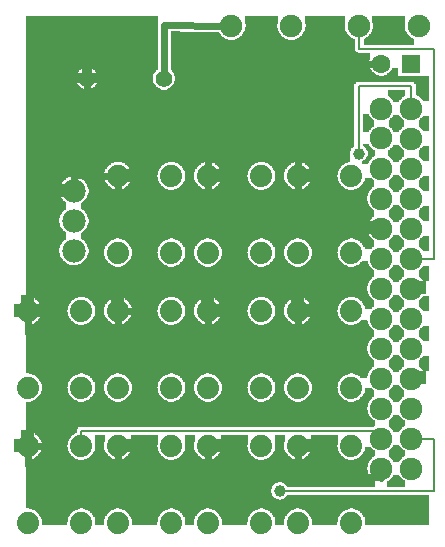
<source format=gtl>
G04 MADE WITH FRITZING*
G04 WWW.FRITZING.ORG*
G04 DOUBLE SIDED*
G04 HOLES PLATED*
G04 CONTOUR ON CENTER OF CONTOUR VECTOR*
%ASAXBY*%
%FSLAX23Y23*%
%MOIN*%
%OFA0B0*%
%SFA1.0B1.0*%
%ADD10C,0.075000*%
%ADD11C,0.039370*%
%ADD12C,0.055433*%
%ADD13C,0.062992*%
%ADD14C,0.078000*%
%ADD15C,0.075722*%
%ADD16C,0.075695*%
%ADD17C,0.074000*%
%ADD18R,0.062992X0.062992*%
%ADD19C,0.008000*%
%ADD20C,0.024000*%
%LNCOPPER1*%
G90*
G70*
G54D10*
X117Y1667D03*
G54D11*
X1149Y1279D03*
G54D12*
X243Y1529D03*
X499Y1529D03*
X243Y1529D03*
X499Y1529D03*
G54D11*
X885Y154D03*
G54D13*
X1322Y1579D03*
X1224Y1579D03*
G54D10*
X924Y1704D03*
X724Y1704D03*
X1349Y1704D03*
X1149Y1704D03*
G54D14*
X199Y1154D03*
X199Y1054D03*
X199Y954D03*
G54D15*
X1324Y1429D03*
G54D16*
X1324Y1329D03*
X1324Y1229D03*
X1324Y1129D03*
X1324Y1029D03*
G54D15*
X1324Y929D03*
X1324Y829D03*
G54D16*
X1324Y729D03*
X1324Y629D03*
X1324Y529D03*
X1324Y429D03*
G54D15*
X1324Y329D03*
G54D16*
X1324Y229D03*
G54D15*
X1224Y1429D03*
X1224Y1330D03*
G54D16*
X1224Y1229D03*
X1224Y1129D03*
X1224Y1029D03*
G54D15*
X1224Y929D03*
G54D16*
X1224Y829D03*
X1224Y729D03*
X1224Y629D03*
X1224Y529D03*
X1224Y429D03*
G54D15*
X1224Y329D03*
G54D16*
X1224Y229D03*
G54D17*
X224Y754D03*
X224Y498D03*
X46Y754D03*
X46Y498D03*
X224Y754D03*
X224Y498D03*
X46Y754D03*
X46Y498D03*
X224Y304D03*
X224Y48D03*
X46Y304D03*
X46Y48D03*
X224Y304D03*
X224Y48D03*
X46Y304D03*
X46Y48D03*
X524Y304D03*
X524Y48D03*
X346Y304D03*
X346Y48D03*
X524Y304D03*
X524Y48D03*
X346Y304D03*
X346Y48D03*
X524Y754D03*
X524Y498D03*
X346Y754D03*
X346Y498D03*
X524Y754D03*
X524Y498D03*
X346Y754D03*
X346Y498D03*
X524Y1204D03*
X524Y948D03*
X346Y1204D03*
X346Y948D03*
X524Y1204D03*
X524Y948D03*
X346Y1204D03*
X346Y948D03*
X824Y304D03*
X824Y48D03*
X646Y304D03*
X646Y48D03*
X824Y304D03*
X824Y48D03*
X646Y304D03*
X646Y48D03*
X824Y754D03*
X824Y498D03*
X646Y754D03*
X646Y498D03*
X824Y754D03*
X824Y498D03*
X646Y754D03*
X646Y498D03*
X824Y1204D03*
X824Y948D03*
X646Y1204D03*
X646Y948D03*
X824Y1204D03*
X824Y948D03*
X646Y1204D03*
X646Y948D03*
X1124Y304D03*
X1124Y48D03*
X946Y304D03*
X946Y48D03*
X1124Y304D03*
X1124Y48D03*
X946Y304D03*
X946Y48D03*
X1124Y754D03*
X1124Y498D03*
X946Y754D03*
X946Y498D03*
X1124Y754D03*
X1124Y498D03*
X946Y754D03*
X946Y498D03*
X1124Y1204D03*
X1124Y948D03*
X946Y1204D03*
X946Y948D03*
X1124Y1204D03*
X1124Y948D03*
X946Y1204D03*
X946Y948D03*
G54D18*
X1322Y1579D03*
G54D19*
X1149Y1293D02*
X1148Y1504D01*
D02*
X1324Y1504D02*
X1324Y1455D01*
D02*
X1148Y1504D02*
X1324Y1504D01*
G54D20*
D02*
X500Y1708D02*
X499Y1558D01*
D02*
X695Y1705D02*
X500Y1708D01*
D02*
X50Y202D02*
X47Y273D01*
D02*
X350Y202D02*
X50Y202D01*
D02*
X350Y202D02*
X347Y273D01*
D02*
X650Y202D02*
X350Y202D01*
D02*
X650Y202D02*
X647Y273D01*
D02*
X950Y202D02*
X650Y202D01*
D02*
X1224Y202D02*
X1224Y197D01*
D02*
X950Y202D02*
X1224Y202D01*
D02*
X947Y273D02*
X950Y202D01*
D02*
X346Y1080D02*
X346Y1173D01*
D02*
X420Y1080D02*
X346Y1080D01*
D02*
X428Y754D02*
X420Y1080D01*
D02*
X377Y754D02*
X428Y754D01*
D02*
X946Y628D02*
X946Y723D01*
D02*
X650Y628D02*
X946Y628D01*
D02*
X650Y628D02*
X647Y723D01*
D02*
X346Y628D02*
X650Y628D01*
D02*
X346Y628D02*
X346Y723D01*
D02*
X124Y628D02*
X346Y628D01*
D02*
X50Y628D02*
X47Y723D01*
D02*
X124Y628D02*
X50Y628D01*
D02*
X124Y302D02*
X124Y628D01*
D02*
X77Y303D02*
X124Y302D01*
G54D19*
D02*
X1398Y154D02*
X1398Y328D01*
D02*
X1398Y328D02*
X1350Y329D01*
D02*
X898Y154D02*
X1398Y154D01*
G54D20*
D02*
X250Y1280D02*
X244Y1500D01*
G54D19*
D02*
X224Y354D02*
X1224Y354D01*
D02*
X1224Y354D02*
X1224Y355D01*
D02*
X224Y330D02*
X224Y354D01*
G54D20*
D02*
X650Y1280D02*
X250Y1280D01*
D02*
X647Y1235D02*
X650Y1280D01*
D02*
X198Y1206D02*
X198Y1184D01*
D02*
X315Y1205D02*
X198Y1206D01*
D02*
X946Y1080D02*
X946Y1173D01*
D02*
X650Y1080D02*
X946Y1080D01*
D02*
X650Y1080D02*
X647Y1173D01*
D02*
X420Y1080D02*
X650Y1080D01*
G54D19*
D02*
X1398Y928D02*
X1350Y929D01*
D02*
X1398Y1628D02*
X1398Y928D01*
D02*
X1150Y1628D02*
X1398Y1628D01*
D02*
X1149Y1681D02*
X1150Y1628D01*
G54D20*
D02*
X1124Y1580D02*
X1197Y1579D01*
D02*
X950Y1280D02*
X950Y1580D01*
D02*
X950Y1580D02*
X1124Y1580D01*
D02*
X947Y1235D02*
X950Y1280D01*
G36*
X40Y1736D02*
X40Y1568D01*
X244Y1568D01*
X244Y1566D01*
X254Y1566D01*
X254Y1564D01*
X258Y1564D01*
X258Y1562D01*
X262Y1562D01*
X262Y1560D01*
X264Y1560D01*
X264Y1558D01*
X266Y1558D01*
X266Y1556D01*
X270Y1556D01*
X270Y1552D01*
X272Y1552D01*
X272Y1550D01*
X274Y1550D01*
X274Y1548D01*
X276Y1548D01*
X276Y1544D01*
X278Y1544D01*
X278Y1538D01*
X280Y1538D01*
X280Y1520D01*
X278Y1520D01*
X278Y1514D01*
X276Y1514D01*
X276Y1512D01*
X274Y1512D01*
X274Y1508D01*
X272Y1508D01*
X272Y1506D01*
X270Y1506D01*
X270Y1504D01*
X268Y1504D01*
X268Y1502D01*
X266Y1502D01*
X266Y1500D01*
X264Y1500D01*
X264Y1498D01*
X260Y1498D01*
X260Y1496D01*
X256Y1496D01*
X256Y1494D01*
X252Y1494D01*
X252Y1492D01*
X490Y1492D01*
X490Y1494D01*
X486Y1494D01*
X486Y1496D01*
X482Y1496D01*
X482Y1498D01*
X478Y1498D01*
X478Y1500D01*
X476Y1500D01*
X476Y1502D01*
X474Y1502D01*
X474Y1504D01*
X472Y1504D01*
X472Y1506D01*
X470Y1506D01*
X470Y1508D01*
X468Y1508D01*
X468Y1512D01*
X466Y1512D01*
X466Y1514D01*
X464Y1514D01*
X464Y1520D01*
X462Y1520D01*
X462Y1540D01*
X464Y1540D01*
X464Y1544D01*
X466Y1544D01*
X466Y1548D01*
X468Y1548D01*
X468Y1550D01*
X470Y1550D01*
X470Y1552D01*
X472Y1552D01*
X472Y1556D01*
X474Y1556D01*
X474Y1558D01*
X478Y1558D01*
X478Y1712D01*
X480Y1712D01*
X480Y1736D01*
X40Y1736D01*
G37*
D02*
G36*
X768Y1736D02*
X768Y1716D01*
X770Y1716D01*
X770Y1710D01*
X772Y1710D01*
X772Y1700D01*
X770Y1700D01*
X770Y1692D01*
X768Y1692D01*
X768Y1686D01*
X766Y1686D01*
X766Y1684D01*
X764Y1684D01*
X764Y1680D01*
X762Y1680D01*
X762Y1678D01*
X760Y1678D01*
X760Y1674D01*
X758Y1674D01*
X758Y1672D01*
X756Y1672D01*
X756Y1670D01*
X754Y1670D01*
X754Y1668D01*
X750Y1668D01*
X750Y1666D01*
X748Y1666D01*
X748Y1664D01*
X744Y1664D01*
X744Y1662D01*
X742Y1662D01*
X742Y1660D01*
X736Y1660D01*
X736Y1658D01*
X726Y1658D01*
X726Y1656D01*
X922Y1656D01*
X922Y1658D01*
X912Y1658D01*
X912Y1660D01*
X906Y1660D01*
X906Y1662D01*
X904Y1662D01*
X904Y1664D01*
X900Y1664D01*
X900Y1666D01*
X898Y1666D01*
X898Y1668D01*
X894Y1668D01*
X894Y1670D01*
X892Y1670D01*
X892Y1672D01*
X890Y1672D01*
X890Y1674D01*
X888Y1674D01*
X888Y1676D01*
X886Y1676D01*
X886Y1680D01*
X884Y1680D01*
X884Y1682D01*
X882Y1682D01*
X882Y1686D01*
X880Y1686D01*
X880Y1692D01*
X878Y1692D01*
X878Y1698D01*
X876Y1698D01*
X876Y1710D01*
X878Y1710D01*
X878Y1736D01*
X768Y1736D01*
G37*
D02*
G36*
X968Y1736D02*
X968Y1716D01*
X970Y1716D01*
X970Y1710D01*
X972Y1710D01*
X972Y1700D01*
X970Y1700D01*
X970Y1692D01*
X968Y1692D01*
X968Y1686D01*
X966Y1686D01*
X966Y1684D01*
X964Y1684D01*
X964Y1680D01*
X962Y1680D01*
X962Y1678D01*
X960Y1678D01*
X960Y1674D01*
X958Y1674D01*
X958Y1672D01*
X956Y1672D01*
X956Y1670D01*
X954Y1670D01*
X954Y1668D01*
X950Y1668D01*
X950Y1666D01*
X948Y1666D01*
X948Y1664D01*
X944Y1664D01*
X944Y1662D01*
X942Y1662D01*
X942Y1660D01*
X936Y1660D01*
X936Y1658D01*
X926Y1658D01*
X926Y1656D01*
X1136Y1656D01*
X1136Y1660D01*
X1132Y1660D01*
X1132Y1662D01*
X1128Y1662D01*
X1128Y1664D01*
X1124Y1664D01*
X1124Y1666D01*
X1122Y1666D01*
X1122Y1668D01*
X1120Y1668D01*
X1120Y1670D01*
X1118Y1670D01*
X1118Y1672D01*
X1116Y1672D01*
X1116Y1674D01*
X1114Y1674D01*
X1114Y1676D01*
X1112Y1676D01*
X1112Y1678D01*
X1110Y1678D01*
X1110Y1682D01*
X1108Y1682D01*
X1108Y1684D01*
X1106Y1684D01*
X1106Y1688D01*
X1104Y1688D01*
X1104Y1694D01*
X1102Y1694D01*
X1102Y1714D01*
X1104Y1714D01*
X1104Y1736D01*
X968Y1736D01*
G37*
D02*
G36*
X522Y1686D02*
X522Y1656D01*
X722Y1656D01*
X722Y1658D01*
X712Y1658D01*
X712Y1660D01*
X706Y1660D01*
X706Y1662D01*
X704Y1662D01*
X704Y1664D01*
X700Y1664D01*
X700Y1666D01*
X698Y1666D01*
X698Y1668D01*
X694Y1668D01*
X694Y1670D01*
X692Y1670D01*
X692Y1672D01*
X690Y1672D01*
X690Y1674D01*
X688Y1674D01*
X688Y1676D01*
X686Y1676D01*
X686Y1680D01*
X684Y1680D01*
X684Y1682D01*
X682Y1682D01*
X682Y1684D01*
X554Y1684D01*
X554Y1686D01*
X522Y1686D01*
G37*
D02*
G36*
X522Y1656D02*
X522Y1654D01*
X1136Y1654D01*
X1136Y1656D01*
X522Y1656D01*
G37*
D02*
G36*
X522Y1656D02*
X522Y1654D01*
X1136Y1654D01*
X1136Y1656D01*
X522Y1656D01*
G37*
D02*
G36*
X522Y1656D02*
X522Y1654D01*
X1136Y1654D01*
X1136Y1656D01*
X522Y1656D01*
G37*
D02*
G36*
X522Y1654D02*
X522Y1556D01*
X526Y1556D01*
X526Y1552D01*
X528Y1552D01*
X528Y1550D01*
X530Y1550D01*
X530Y1548D01*
X532Y1548D01*
X532Y1544D01*
X534Y1544D01*
X534Y1538D01*
X1216Y1538D01*
X1216Y1540D01*
X1210Y1540D01*
X1210Y1542D01*
X1206Y1542D01*
X1206Y1544D01*
X1202Y1544D01*
X1202Y1546D01*
X1200Y1546D01*
X1200Y1548D01*
X1198Y1548D01*
X1198Y1550D01*
X1196Y1550D01*
X1196Y1552D01*
X1194Y1552D01*
X1194Y1554D01*
X1192Y1554D01*
X1192Y1556D01*
X1190Y1556D01*
X1190Y1560D01*
X1188Y1560D01*
X1188Y1562D01*
X1186Y1562D01*
X1186Y1566D01*
X1184Y1566D01*
X1184Y1574D01*
X1182Y1574D01*
X1182Y1586D01*
X1184Y1586D01*
X1184Y1592D01*
X1186Y1592D01*
X1186Y1614D01*
X1146Y1614D01*
X1146Y1616D01*
X1142Y1616D01*
X1142Y1618D01*
X1140Y1618D01*
X1140Y1620D01*
X1138Y1620D01*
X1138Y1622D01*
X1136Y1622D01*
X1136Y1654D01*
X522Y1654D01*
G37*
D02*
G36*
X40Y1568D02*
X40Y1492D01*
X234Y1492D01*
X234Y1494D01*
X230Y1494D01*
X230Y1496D01*
X226Y1496D01*
X226Y1498D01*
X222Y1498D01*
X222Y1500D01*
X220Y1500D01*
X220Y1502D01*
X218Y1502D01*
X218Y1504D01*
X216Y1504D01*
X216Y1506D01*
X214Y1506D01*
X214Y1508D01*
X212Y1508D01*
X212Y1512D01*
X210Y1512D01*
X210Y1514D01*
X208Y1514D01*
X208Y1520D01*
X206Y1520D01*
X206Y1538D01*
X208Y1538D01*
X208Y1544D01*
X210Y1544D01*
X210Y1548D01*
X212Y1548D01*
X212Y1550D01*
X214Y1550D01*
X214Y1552D01*
X216Y1552D01*
X216Y1556D01*
X220Y1556D01*
X220Y1558D01*
X222Y1558D01*
X222Y1560D01*
X224Y1560D01*
X224Y1562D01*
X228Y1562D01*
X228Y1564D01*
X232Y1564D01*
X232Y1566D01*
X242Y1566D01*
X242Y1568D01*
X40Y1568D01*
G37*
D02*
G36*
X1260Y1564D02*
X1260Y1560D01*
X1258Y1560D01*
X1258Y1556D01*
X1256Y1556D01*
X1256Y1554D01*
X1254Y1554D01*
X1254Y1552D01*
X1252Y1552D01*
X1252Y1550D01*
X1250Y1550D01*
X1250Y1548D01*
X1248Y1548D01*
X1248Y1546D01*
X1244Y1546D01*
X1244Y1544D01*
X1242Y1544D01*
X1242Y1542D01*
X1238Y1542D01*
X1238Y1540D01*
X1232Y1540D01*
X1232Y1538D01*
X1280Y1538D01*
X1280Y1564D01*
X1260Y1564D01*
G37*
D02*
G36*
X536Y1538D02*
X536Y1536D01*
X1382Y1536D01*
X1382Y1538D01*
X536Y1538D01*
G37*
D02*
G36*
X536Y1538D02*
X536Y1536D01*
X1382Y1536D01*
X1382Y1538D01*
X536Y1538D01*
G37*
D02*
G36*
X536Y1536D02*
X536Y1520D01*
X534Y1520D01*
X534Y1518D01*
X1330Y1518D01*
X1330Y1516D01*
X1332Y1516D01*
X1332Y1514D01*
X1334Y1514D01*
X1334Y1512D01*
X1336Y1512D01*
X1336Y1510D01*
X1338Y1510D01*
X1338Y1474D01*
X1342Y1474D01*
X1342Y1472D01*
X1346Y1472D01*
X1346Y1470D01*
X1348Y1470D01*
X1348Y1468D01*
X1352Y1468D01*
X1352Y1466D01*
X1354Y1466D01*
X1354Y1464D01*
X1356Y1464D01*
X1356Y1462D01*
X1358Y1462D01*
X1358Y1460D01*
X1360Y1460D01*
X1360Y1458D01*
X1362Y1458D01*
X1362Y1454D01*
X1382Y1454D01*
X1382Y1536D01*
X536Y1536D01*
G37*
D02*
G36*
X534Y1518D02*
X534Y1516D01*
X532Y1516D01*
X532Y1512D01*
X530Y1512D01*
X530Y1508D01*
X528Y1508D01*
X528Y1506D01*
X526Y1506D01*
X526Y1504D01*
X524Y1504D01*
X524Y1502D01*
X522Y1502D01*
X522Y1500D01*
X520Y1500D01*
X520Y1498D01*
X516Y1498D01*
X516Y1496D01*
X512Y1496D01*
X512Y1494D01*
X508Y1494D01*
X508Y1492D01*
X1134Y1492D01*
X1134Y1510D01*
X1136Y1510D01*
X1136Y1512D01*
X1138Y1512D01*
X1138Y1514D01*
X1140Y1514D01*
X1140Y1516D01*
X1142Y1516D01*
X1142Y1518D01*
X534Y1518D01*
G37*
D02*
G36*
X40Y1492D02*
X40Y1490D01*
X1134Y1490D01*
X1134Y1492D01*
X40Y1492D01*
G37*
D02*
G36*
X40Y1492D02*
X40Y1490D01*
X1134Y1490D01*
X1134Y1492D01*
X40Y1492D01*
G37*
D02*
G36*
X40Y1492D02*
X40Y1490D01*
X1134Y1490D01*
X1134Y1492D01*
X40Y1492D01*
G37*
D02*
G36*
X40Y1490D02*
X40Y1252D01*
X950Y1252D01*
X950Y1250D01*
X958Y1250D01*
X958Y1248D01*
X964Y1248D01*
X964Y1246D01*
X968Y1246D01*
X968Y1244D01*
X970Y1244D01*
X970Y1242D01*
X974Y1242D01*
X974Y1240D01*
X976Y1240D01*
X976Y1238D01*
X978Y1238D01*
X978Y1236D01*
X980Y1236D01*
X980Y1234D01*
X982Y1234D01*
X982Y1230D01*
X984Y1230D01*
X984Y1228D01*
X986Y1228D01*
X986Y1224D01*
X988Y1224D01*
X988Y1222D01*
X990Y1222D01*
X990Y1216D01*
X992Y1216D01*
X992Y1194D01*
X990Y1194D01*
X990Y1188D01*
X988Y1188D01*
X988Y1184D01*
X986Y1184D01*
X986Y1180D01*
X984Y1180D01*
X984Y1178D01*
X982Y1178D01*
X982Y1176D01*
X980Y1176D01*
X980Y1174D01*
X978Y1174D01*
X978Y1172D01*
X976Y1172D01*
X976Y1170D01*
X974Y1170D01*
X974Y1168D01*
X972Y1168D01*
X972Y1166D01*
X970Y1166D01*
X970Y1164D01*
X966Y1164D01*
X966Y1162D01*
X962Y1162D01*
X962Y1160D01*
X956Y1160D01*
X956Y1158D01*
X1114Y1158D01*
X1114Y1160D01*
X1108Y1160D01*
X1108Y1162D01*
X1104Y1162D01*
X1104Y1164D01*
X1100Y1164D01*
X1100Y1166D01*
X1098Y1166D01*
X1098Y1168D01*
X1096Y1168D01*
X1096Y1170D01*
X1092Y1170D01*
X1092Y1172D01*
X1090Y1172D01*
X1090Y1176D01*
X1088Y1176D01*
X1088Y1178D01*
X1086Y1178D01*
X1086Y1180D01*
X1084Y1180D01*
X1084Y1184D01*
X1082Y1184D01*
X1082Y1188D01*
X1080Y1188D01*
X1080Y1192D01*
X1078Y1192D01*
X1078Y1202D01*
X1076Y1202D01*
X1076Y1206D01*
X1078Y1206D01*
X1078Y1216D01*
X1080Y1216D01*
X1080Y1222D01*
X1082Y1222D01*
X1082Y1226D01*
X1084Y1226D01*
X1084Y1228D01*
X1086Y1228D01*
X1086Y1232D01*
X1088Y1232D01*
X1088Y1234D01*
X1090Y1234D01*
X1090Y1236D01*
X1092Y1236D01*
X1092Y1238D01*
X1094Y1238D01*
X1094Y1240D01*
X1096Y1240D01*
X1096Y1242D01*
X1100Y1242D01*
X1100Y1244D01*
X1102Y1244D01*
X1102Y1246D01*
X1106Y1246D01*
X1106Y1248D01*
X1112Y1248D01*
X1112Y1250D01*
X1118Y1250D01*
X1118Y1252D01*
X1120Y1252D01*
X1120Y1288D01*
X1122Y1288D01*
X1122Y1292D01*
X1124Y1292D01*
X1124Y1296D01*
X1126Y1296D01*
X1126Y1298D01*
X1128Y1298D01*
X1128Y1300D01*
X1130Y1300D01*
X1130Y1302D01*
X1132Y1302D01*
X1132Y1304D01*
X1134Y1304D01*
X1134Y1490D01*
X40Y1490D01*
G37*
D02*
G36*
X40Y1252D02*
X40Y1204D01*
X204Y1204D01*
X204Y1202D01*
X212Y1202D01*
X212Y1200D01*
X218Y1200D01*
X218Y1198D01*
X220Y1198D01*
X220Y1196D01*
X224Y1196D01*
X224Y1194D01*
X226Y1194D01*
X226Y1192D01*
X228Y1192D01*
X228Y1190D01*
X232Y1190D01*
X232Y1188D01*
X234Y1188D01*
X234Y1186D01*
X236Y1186D01*
X236Y1182D01*
X238Y1182D01*
X238Y1180D01*
X240Y1180D01*
X240Y1176D01*
X242Y1176D01*
X242Y1174D01*
X244Y1174D01*
X244Y1168D01*
X246Y1168D01*
X246Y1162D01*
X248Y1162D01*
X248Y1158D01*
X336Y1158D01*
X336Y1160D01*
X330Y1160D01*
X330Y1162D01*
X326Y1162D01*
X326Y1164D01*
X322Y1164D01*
X322Y1166D01*
X320Y1166D01*
X320Y1168D01*
X318Y1168D01*
X318Y1170D01*
X314Y1170D01*
X314Y1172D01*
X312Y1172D01*
X312Y1176D01*
X310Y1176D01*
X310Y1178D01*
X308Y1178D01*
X308Y1180D01*
X306Y1180D01*
X306Y1184D01*
X304Y1184D01*
X304Y1188D01*
X302Y1188D01*
X302Y1192D01*
X300Y1192D01*
X300Y1202D01*
X298Y1202D01*
X298Y1206D01*
X300Y1206D01*
X300Y1216D01*
X302Y1216D01*
X302Y1222D01*
X304Y1222D01*
X304Y1226D01*
X306Y1226D01*
X306Y1228D01*
X308Y1228D01*
X308Y1232D01*
X310Y1232D01*
X310Y1234D01*
X312Y1234D01*
X312Y1236D01*
X314Y1236D01*
X314Y1238D01*
X316Y1238D01*
X316Y1240D01*
X318Y1240D01*
X318Y1242D01*
X322Y1242D01*
X322Y1244D01*
X324Y1244D01*
X324Y1246D01*
X328Y1246D01*
X328Y1248D01*
X334Y1248D01*
X334Y1250D01*
X340Y1250D01*
X340Y1252D01*
X40Y1252D01*
G37*
D02*
G36*
X350Y1252D02*
X350Y1250D01*
X358Y1250D01*
X358Y1248D01*
X364Y1248D01*
X364Y1246D01*
X368Y1246D01*
X368Y1244D01*
X370Y1244D01*
X370Y1242D01*
X374Y1242D01*
X374Y1240D01*
X376Y1240D01*
X376Y1238D01*
X378Y1238D01*
X378Y1236D01*
X380Y1236D01*
X380Y1234D01*
X382Y1234D01*
X382Y1230D01*
X384Y1230D01*
X384Y1228D01*
X386Y1228D01*
X386Y1224D01*
X388Y1224D01*
X388Y1222D01*
X390Y1222D01*
X390Y1216D01*
X392Y1216D01*
X392Y1194D01*
X390Y1194D01*
X390Y1188D01*
X388Y1188D01*
X388Y1184D01*
X386Y1184D01*
X386Y1180D01*
X384Y1180D01*
X384Y1178D01*
X382Y1178D01*
X382Y1176D01*
X380Y1176D01*
X380Y1174D01*
X378Y1174D01*
X378Y1172D01*
X376Y1172D01*
X376Y1170D01*
X374Y1170D01*
X374Y1168D01*
X372Y1168D01*
X372Y1166D01*
X370Y1166D01*
X370Y1164D01*
X366Y1164D01*
X366Y1162D01*
X362Y1162D01*
X362Y1160D01*
X356Y1160D01*
X356Y1158D01*
X514Y1158D01*
X514Y1160D01*
X508Y1160D01*
X508Y1162D01*
X504Y1162D01*
X504Y1164D01*
X500Y1164D01*
X500Y1166D01*
X498Y1166D01*
X498Y1168D01*
X496Y1168D01*
X496Y1170D01*
X492Y1170D01*
X492Y1172D01*
X490Y1172D01*
X490Y1176D01*
X488Y1176D01*
X488Y1178D01*
X486Y1178D01*
X486Y1180D01*
X484Y1180D01*
X484Y1184D01*
X482Y1184D01*
X482Y1188D01*
X480Y1188D01*
X480Y1192D01*
X478Y1192D01*
X478Y1202D01*
X476Y1202D01*
X476Y1206D01*
X478Y1206D01*
X478Y1216D01*
X480Y1216D01*
X480Y1222D01*
X482Y1222D01*
X482Y1226D01*
X484Y1226D01*
X484Y1228D01*
X486Y1228D01*
X486Y1232D01*
X488Y1232D01*
X488Y1234D01*
X490Y1234D01*
X490Y1236D01*
X492Y1236D01*
X492Y1238D01*
X494Y1238D01*
X494Y1240D01*
X496Y1240D01*
X496Y1242D01*
X500Y1242D01*
X500Y1244D01*
X502Y1244D01*
X502Y1246D01*
X506Y1246D01*
X506Y1248D01*
X512Y1248D01*
X512Y1250D01*
X518Y1250D01*
X518Y1252D01*
X350Y1252D01*
G37*
D02*
G36*
X528Y1252D02*
X528Y1250D01*
X536Y1250D01*
X536Y1248D01*
X542Y1248D01*
X542Y1246D01*
X546Y1246D01*
X546Y1244D01*
X548Y1244D01*
X548Y1242D01*
X552Y1242D01*
X552Y1240D01*
X554Y1240D01*
X554Y1238D01*
X556Y1238D01*
X556Y1236D01*
X558Y1236D01*
X558Y1234D01*
X560Y1234D01*
X560Y1230D01*
X562Y1230D01*
X562Y1228D01*
X564Y1228D01*
X564Y1224D01*
X566Y1224D01*
X566Y1222D01*
X568Y1222D01*
X568Y1216D01*
X570Y1216D01*
X570Y1194D01*
X568Y1194D01*
X568Y1188D01*
X566Y1188D01*
X566Y1184D01*
X564Y1184D01*
X564Y1180D01*
X562Y1180D01*
X562Y1178D01*
X560Y1178D01*
X560Y1176D01*
X558Y1176D01*
X558Y1174D01*
X556Y1174D01*
X556Y1172D01*
X554Y1172D01*
X554Y1170D01*
X552Y1170D01*
X552Y1168D01*
X550Y1168D01*
X550Y1166D01*
X548Y1166D01*
X548Y1164D01*
X544Y1164D01*
X544Y1162D01*
X540Y1162D01*
X540Y1160D01*
X534Y1160D01*
X534Y1158D01*
X636Y1158D01*
X636Y1160D01*
X630Y1160D01*
X630Y1162D01*
X626Y1162D01*
X626Y1164D01*
X622Y1164D01*
X622Y1166D01*
X620Y1166D01*
X620Y1168D01*
X618Y1168D01*
X618Y1170D01*
X614Y1170D01*
X614Y1172D01*
X612Y1172D01*
X612Y1176D01*
X610Y1176D01*
X610Y1178D01*
X608Y1178D01*
X608Y1180D01*
X606Y1180D01*
X606Y1184D01*
X604Y1184D01*
X604Y1188D01*
X602Y1188D01*
X602Y1192D01*
X600Y1192D01*
X600Y1202D01*
X598Y1202D01*
X598Y1206D01*
X600Y1206D01*
X600Y1216D01*
X602Y1216D01*
X602Y1222D01*
X604Y1222D01*
X604Y1226D01*
X606Y1226D01*
X606Y1228D01*
X608Y1228D01*
X608Y1232D01*
X610Y1232D01*
X610Y1234D01*
X612Y1234D01*
X612Y1236D01*
X614Y1236D01*
X614Y1238D01*
X616Y1238D01*
X616Y1240D01*
X618Y1240D01*
X618Y1242D01*
X622Y1242D01*
X622Y1244D01*
X624Y1244D01*
X624Y1246D01*
X628Y1246D01*
X628Y1248D01*
X634Y1248D01*
X634Y1250D01*
X640Y1250D01*
X640Y1252D01*
X528Y1252D01*
G37*
D02*
G36*
X650Y1252D02*
X650Y1250D01*
X658Y1250D01*
X658Y1248D01*
X664Y1248D01*
X664Y1246D01*
X668Y1246D01*
X668Y1244D01*
X670Y1244D01*
X670Y1242D01*
X674Y1242D01*
X674Y1240D01*
X676Y1240D01*
X676Y1238D01*
X678Y1238D01*
X678Y1236D01*
X680Y1236D01*
X680Y1234D01*
X682Y1234D01*
X682Y1230D01*
X684Y1230D01*
X684Y1228D01*
X686Y1228D01*
X686Y1224D01*
X688Y1224D01*
X688Y1222D01*
X690Y1222D01*
X690Y1216D01*
X692Y1216D01*
X692Y1194D01*
X690Y1194D01*
X690Y1188D01*
X688Y1188D01*
X688Y1184D01*
X686Y1184D01*
X686Y1180D01*
X684Y1180D01*
X684Y1178D01*
X682Y1178D01*
X682Y1176D01*
X680Y1176D01*
X680Y1174D01*
X678Y1174D01*
X678Y1172D01*
X676Y1172D01*
X676Y1170D01*
X674Y1170D01*
X674Y1168D01*
X672Y1168D01*
X672Y1166D01*
X670Y1166D01*
X670Y1164D01*
X666Y1164D01*
X666Y1162D01*
X662Y1162D01*
X662Y1160D01*
X656Y1160D01*
X656Y1158D01*
X814Y1158D01*
X814Y1160D01*
X808Y1160D01*
X808Y1162D01*
X804Y1162D01*
X804Y1164D01*
X800Y1164D01*
X800Y1166D01*
X798Y1166D01*
X798Y1168D01*
X796Y1168D01*
X796Y1170D01*
X792Y1170D01*
X792Y1172D01*
X790Y1172D01*
X790Y1176D01*
X788Y1176D01*
X788Y1178D01*
X786Y1178D01*
X786Y1180D01*
X784Y1180D01*
X784Y1184D01*
X782Y1184D01*
X782Y1188D01*
X780Y1188D01*
X780Y1192D01*
X778Y1192D01*
X778Y1202D01*
X776Y1202D01*
X776Y1206D01*
X778Y1206D01*
X778Y1216D01*
X780Y1216D01*
X780Y1222D01*
X782Y1222D01*
X782Y1226D01*
X784Y1226D01*
X784Y1228D01*
X786Y1228D01*
X786Y1232D01*
X788Y1232D01*
X788Y1234D01*
X790Y1234D01*
X790Y1236D01*
X792Y1236D01*
X792Y1238D01*
X794Y1238D01*
X794Y1240D01*
X796Y1240D01*
X796Y1242D01*
X800Y1242D01*
X800Y1244D01*
X802Y1244D01*
X802Y1246D01*
X806Y1246D01*
X806Y1248D01*
X812Y1248D01*
X812Y1250D01*
X818Y1250D01*
X818Y1252D01*
X650Y1252D01*
G37*
D02*
G36*
X828Y1252D02*
X828Y1250D01*
X836Y1250D01*
X836Y1248D01*
X842Y1248D01*
X842Y1246D01*
X846Y1246D01*
X846Y1244D01*
X848Y1244D01*
X848Y1242D01*
X852Y1242D01*
X852Y1240D01*
X854Y1240D01*
X854Y1238D01*
X856Y1238D01*
X856Y1236D01*
X858Y1236D01*
X858Y1234D01*
X860Y1234D01*
X860Y1230D01*
X862Y1230D01*
X862Y1228D01*
X864Y1228D01*
X864Y1224D01*
X866Y1224D01*
X866Y1222D01*
X868Y1222D01*
X868Y1216D01*
X870Y1216D01*
X870Y1194D01*
X868Y1194D01*
X868Y1188D01*
X866Y1188D01*
X866Y1184D01*
X864Y1184D01*
X864Y1180D01*
X862Y1180D01*
X862Y1178D01*
X860Y1178D01*
X860Y1176D01*
X858Y1176D01*
X858Y1174D01*
X856Y1174D01*
X856Y1172D01*
X854Y1172D01*
X854Y1170D01*
X852Y1170D01*
X852Y1168D01*
X850Y1168D01*
X850Y1166D01*
X848Y1166D01*
X848Y1164D01*
X844Y1164D01*
X844Y1162D01*
X840Y1162D01*
X840Y1160D01*
X834Y1160D01*
X834Y1158D01*
X936Y1158D01*
X936Y1160D01*
X930Y1160D01*
X930Y1162D01*
X926Y1162D01*
X926Y1164D01*
X922Y1164D01*
X922Y1166D01*
X920Y1166D01*
X920Y1168D01*
X918Y1168D01*
X918Y1170D01*
X914Y1170D01*
X914Y1172D01*
X912Y1172D01*
X912Y1176D01*
X910Y1176D01*
X910Y1178D01*
X908Y1178D01*
X908Y1180D01*
X906Y1180D01*
X906Y1184D01*
X904Y1184D01*
X904Y1188D01*
X902Y1188D01*
X902Y1192D01*
X900Y1192D01*
X900Y1202D01*
X898Y1202D01*
X898Y1206D01*
X900Y1206D01*
X900Y1216D01*
X902Y1216D01*
X902Y1222D01*
X904Y1222D01*
X904Y1226D01*
X906Y1226D01*
X906Y1228D01*
X908Y1228D01*
X908Y1232D01*
X910Y1232D01*
X910Y1234D01*
X912Y1234D01*
X912Y1236D01*
X914Y1236D01*
X914Y1238D01*
X916Y1238D01*
X916Y1240D01*
X918Y1240D01*
X918Y1242D01*
X922Y1242D01*
X922Y1244D01*
X924Y1244D01*
X924Y1246D01*
X928Y1246D01*
X928Y1248D01*
X934Y1248D01*
X934Y1250D01*
X940Y1250D01*
X940Y1252D01*
X828Y1252D01*
G37*
D02*
G36*
X40Y1204D02*
X40Y906D01*
X188Y906D01*
X188Y908D01*
X182Y908D01*
X182Y910D01*
X178Y910D01*
X178Y912D01*
X176Y912D01*
X176Y914D01*
X172Y914D01*
X172Y916D01*
X170Y916D01*
X170Y918D01*
X168Y918D01*
X168Y920D01*
X166Y920D01*
X166Y922D01*
X164Y922D01*
X164Y924D01*
X162Y924D01*
X162Y926D01*
X160Y926D01*
X160Y928D01*
X158Y928D01*
X158Y932D01*
X156Y932D01*
X156Y934D01*
X154Y934D01*
X154Y940D01*
X152Y940D01*
X152Y946D01*
X150Y946D01*
X150Y964D01*
X152Y964D01*
X152Y970D01*
X154Y970D01*
X154Y974D01*
X156Y974D01*
X156Y978D01*
X158Y978D01*
X158Y980D01*
X160Y980D01*
X160Y984D01*
X162Y984D01*
X162Y986D01*
X164Y986D01*
X164Y988D01*
X166Y988D01*
X166Y990D01*
X168Y990D01*
X168Y992D01*
X172Y992D01*
X172Y994D01*
X174Y994D01*
X174Y1014D01*
X172Y1014D01*
X172Y1016D01*
X170Y1016D01*
X170Y1018D01*
X168Y1018D01*
X168Y1020D01*
X166Y1020D01*
X166Y1022D01*
X164Y1022D01*
X164Y1024D01*
X162Y1024D01*
X162Y1026D01*
X160Y1026D01*
X160Y1028D01*
X158Y1028D01*
X158Y1032D01*
X156Y1032D01*
X156Y1034D01*
X154Y1034D01*
X154Y1040D01*
X152Y1040D01*
X152Y1046D01*
X150Y1046D01*
X150Y1064D01*
X152Y1064D01*
X152Y1070D01*
X154Y1070D01*
X154Y1074D01*
X156Y1074D01*
X156Y1078D01*
X158Y1078D01*
X158Y1080D01*
X160Y1080D01*
X160Y1084D01*
X162Y1084D01*
X162Y1086D01*
X164Y1086D01*
X164Y1088D01*
X166Y1088D01*
X166Y1090D01*
X168Y1090D01*
X168Y1092D01*
X172Y1092D01*
X172Y1094D01*
X174Y1094D01*
X174Y1114D01*
X172Y1114D01*
X172Y1116D01*
X170Y1116D01*
X170Y1118D01*
X168Y1118D01*
X168Y1120D01*
X166Y1120D01*
X166Y1122D01*
X164Y1122D01*
X164Y1124D01*
X162Y1124D01*
X162Y1126D01*
X160Y1126D01*
X160Y1128D01*
X158Y1128D01*
X158Y1132D01*
X156Y1132D01*
X156Y1134D01*
X154Y1134D01*
X154Y1140D01*
X152Y1140D01*
X152Y1146D01*
X150Y1146D01*
X150Y1164D01*
X152Y1164D01*
X152Y1170D01*
X154Y1170D01*
X154Y1174D01*
X156Y1174D01*
X156Y1178D01*
X158Y1178D01*
X158Y1180D01*
X160Y1180D01*
X160Y1184D01*
X162Y1184D01*
X162Y1186D01*
X164Y1186D01*
X164Y1188D01*
X166Y1188D01*
X166Y1190D01*
X168Y1190D01*
X168Y1192D01*
X172Y1192D01*
X172Y1194D01*
X174Y1194D01*
X174Y1196D01*
X178Y1196D01*
X178Y1198D01*
X180Y1198D01*
X180Y1200D01*
X186Y1200D01*
X186Y1202D01*
X194Y1202D01*
X194Y1204D01*
X40Y1204D01*
G37*
D02*
G36*
X1170Y1198D02*
X1170Y1194D01*
X1168Y1194D01*
X1168Y1188D01*
X1166Y1188D01*
X1166Y1184D01*
X1164Y1184D01*
X1164Y1180D01*
X1162Y1180D01*
X1162Y1178D01*
X1160Y1178D01*
X1160Y1176D01*
X1158Y1176D01*
X1158Y1174D01*
X1156Y1174D01*
X1156Y1172D01*
X1154Y1172D01*
X1154Y1170D01*
X1152Y1170D01*
X1152Y1168D01*
X1150Y1168D01*
X1150Y1166D01*
X1148Y1166D01*
X1148Y1164D01*
X1144Y1164D01*
X1144Y1162D01*
X1140Y1162D01*
X1140Y1160D01*
X1134Y1160D01*
X1134Y1158D01*
X1188Y1158D01*
X1188Y1160D01*
X1190Y1160D01*
X1190Y1162D01*
X1192Y1162D01*
X1192Y1164D01*
X1194Y1164D01*
X1194Y1166D01*
X1196Y1166D01*
X1196Y1168D01*
X1200Y1168D01*
X1200Y1190D01*
X1198Y1190D01*
X1198Y1192D01*
X1196Y1192D01*
X1196Y1194D01*
X1192Y1194D01*
X1192Y1196D01*
X1190Y1196D01*
X1190Y1198D01*
X1170Y1198D01*
G37*
D02*
G36*
X248Y1158D02*
X248Y1156D01*
X1186Y1156D01*
X1186Y1158D01*
X248Y1158D01*
G37*
D02*
G36*
X248Y1158D02*
X248Y1156D01*
X1186Y1156D01*
X1186Y1158D01*
X248Y1158D01*
G37*
D02*
G36*
X248Y1158D02*
X248Y1156D01*
X1186Y1156D01*
X1186Y1158D01*
X248Y1158D01*
G37*
D02*
G36*
X248Y1158D02*
X248Y1156D01*
X1186Y1156D01*
X1186Y1158D01*
X248Y1158D01*
G37*
D02*
G36*
X248Y1158D02*
X248Y1156D01*
X1186Y1156D01*
X1186Y1158D01*
X248Y1158D01*
G37*
D02*
G36*
X248Y1158D02*
X248Y1156D01*
X1186Y1156D01*
X1186Y1158D01*
X248Y1158D01*
G37*
D02*
G36*
X248Y1158D02*
X248Y1156D01*
X1186Y1156D01*
X1186Y1158D01*
X248Y1158D01*
G37*
D02*
G36*
X248Y1156D02*
X248Y1146D01*
X246Y1146D01*
X246Y1140D01*
X244Y1140D01*
X244Y1136D01*
X242Y1136D01*
X242Y1132D01*
X240Y1132D01*
X240Y1128D01*
X238Y1128D01*
X238Y1126D01*
X236Y1126D01*
X236Y1124D01*
X234Y1124D01*
X234Y1122D01*
X232Y1122D01*
X232Y1120D01*
X230Y1120D01*
X230Y1118D01*
X228Y1118D01*
X228Y1116D01*
X226Y1116D01*
X226Y1114D01*
X224Y1114D01*
X224Y1094D01*
X226Y1094D01*
X226Y1092D01*
X228Y1092D01*
X228Y1090D01*
X232Y1090D01*
X232Y1088D01*
X234Y1088D01*
X234Y1086D01*
X236Y1086D01*
X236Y1082D01*
X238Y1082D01*
X238Y1080D01*
X240Y1080D01*
X240Y1076D01*
X242Y1076D01*
X242Y1074D01*
X244Y1074D01*
X244Y1068D01*
X246Y1068D01*
X246Y1062D01*
X248Y1062D01*
X248Y1046D01*
X246Y1046D01*
X246Y1040D01*
X244Y1040D01*
X244Y1036D01*
X242Y1036D01*
X242Y1032D01*
X240Y1032D01*
X240Y1028D01*
X238Y1028D01*
X238Y1026D01*
X236Y1026D01*
X236Y1024D01*
X234Y1024D01*
X234Y1022D01*
X232Y1022D01*
X232Y1020D01*
X230Y1020D01*
X230Y1018D01*
X228Y1018D01*
X228Y1016D01*
X226Y1016D01*
X226Y1014D01*
X224Y1014D01*
X224Y996D01*
X1128Y996D01*
X1128Y994D01*
X1136Y994D01*
X1136Y992D01*
X1142Y992D01*
X1142Y990D01*
X1146Y990D01*
X1146Y988D01*
X1148Y988D01*
X1148Y986D01*
X1152Y986D01*
X1152Y984D01*
X1154Y984D01*
X1154Y982D01*
X1156Y982D01*
X1156Y980D01*
X1158Y980D01*
X1158Y978D01*
X1160Y978D01*
X1160Y974D01*
X1162Y974D01*
X1162Y972D01*
X1164Y972D01*
X1164Y968D01*
X1166Y968D01*
X1166Y966D01*
X1168Y966D01*
X1168Y960D01*
X1190Y960D01*
X1190Y962D01*
X1192Y962D01*
X1192Y964D01*
X1194Y964D01*
X1194Y966D01*
X1196Y966D01*
X1196Y968D01*
X1200Y968D01*
X1200Y990D01*
X1198Y990D01*
X1198Y992D01*
X1196Y992D01*
X1196Y994D01*
X1192Y994D01*
X1192Y996D01*
X1190Y996D01*
X1190Y998D01*
X1188Y998D01*
X1188Y1002D01*
X1186Y1002D01*
X1186Y1004D01*
X1184Y1004D01*
X1184Y1008D01*
X1182Y1008D01*
X1182Y1010D01*
X1180Y1010D01*
X1180Y1016D01*
X1178Y1016D01*
X1178Y1022D01*
X1176Y1022D01*
X1176Y1038D01*
X1178Y1038D01*
X1178Y1044D01*
X1180Y1044D01*
X1180Y1048D01*
X1182Y1048D01*
X1182Y1052D01*
X1184Y1052D01*
X1184Y1054D01*
X1186Y1054D01*
X1186Y1058D01*
X1188Y1058D01*
X1188Y1060D01*
X1190Y1060D01*
X1190Y1062D01*
X1192Y1062D01*
X1192Y1064D01*
X1194Y1064D01*
X1194Y1066D01*
X1196Y1066D01*
X1196Y1068D01*
X1200Y1068D01*
X1200Y1090D01*
X1198Y1090D01*
X1198Y1092D01*
X1196Y1092D01*
X1196Y1094D01*
X1192Y1094D01*
X1192Y1096D01*
X1190Y1096D01*
X1190Y1098D01*
X1188Y1098D01*
X1188Y1102D01*
X1186Y1102D01*
X1186Y1104D01*
X1184Y1104D01*
X1184Y1108D01*
X1182Y1108D01*
X1182Y1110D01*
X1180Y1110D01*
X1180Y1116D01*
X1178Y1116D01*
X1178Y1122D01*
X1176Y1122D01*
X1176Y1138D01*
X1178Y1138D01*
X1178Y1144D01*
X1180Y1144D01*
X1180Y1148D01*
X1182Y1148D01*
X1182Y1152D01*
X1184Y1152D01*
X1184Y1154D01*
X1186Y1154D01*
X1186Y1156D01*
X248Y1156D01*
G37*
D02*
G36*
X224Y996D02*
X224Y994D01*
X226Y994D01*
X226Y992D01*
X228Y992D01*
X228Y990D01*
X232Y990D01*
X232Y988D01*
X234Y988D01*
X234Y986D01*
X236Y986D01*
X236Y982D01*
X238Y982D01*
X238Y980D01*
X240Y980D01*
X240Y976D01*
X242Y976D01*
X242Y974D01*
X244Y974D01*
X244Y968D01*
X246Y968D01*
X246Y962D01*
X248Y962D01*
X248Y946D01*
X246Y946D01*
X246Y940D01*
X244Y940D01*
X244Y936D01*
X242Y936D01*
X242Y932D01*
X240Y932D01*
X240Y928D01*
X238Y928D01*
X238Y926D01*
X236Y926D01*
X236Y924D01*
X234Y924D01*
X234Y922D01*
X232Y922D01*
X232Y920D01*
X230Y920D01*
X230Y918D01*
X228Y918D01*
X228Y916D01*
X226Y916D01*
X226Y914D01*
X222Y914D01*
X222Y912D01*
X220Y912D01*
X220Y910D01*
X214Y910D01*
X214Y908D01*
X210Y908D01*
X210Y906D01*
X326Y906D01*
X326Y908D01*
X322Y908D01*
X322Y910D01*
X320Y910D01*
X320Y912D01*
X318Y912D01*
X318Y914D01*
X314Y914D01*
X314Y916D01*
X312Y916D01*
X312Y920D01*
X310Y920D01*
X310Y922D01*
X308Y922D01*
X308Y924D01*
X306Y924D01*
X306Y928D01*
X304Y928D01*
X304Y932D01*
X302Y932D01*
X302Y936D01*
X300Y936D01*
X300Y946D01*
X298Y946D01*
X298Y950D01*
X300Y950D01*
X300Y960D01*
X302Y960D01*
X302Y966D01*
X304Y966D01*
X304Y970D01*
X306Y970D01*
X306Y972D01*
X308Y972D01*
X308Y976D01*
X310Y976D01*
X310Y978D01*
X312Y978D01*
X312Y980D01*
X314Y980D01*
X314Y982D01*
X316Y982D01*
X316Y984D01*
X318Y984D01*
X318Y986D01*
X322Y986D01*
X322Y988D01*
X324Y988D01*
X324Y990D01*
X328Y990D01*
X328Y992D01*
X334Y992D01*
X334Y994D01*
X340Y994D01*
X340Y996D01*
X224Y996D01*
G37*
D02*
G36*
X350Y996D02*
X350Y994D01*
X358Y994D01*
X358Y992D01*
X364Y992D01*
X364Y990D01*
X368Y990D01*
X368Y988D01*
X370Y988D01*
X370Y986D01*
X374Y986D01*
X374Y984D01*
X376Y984D01*
X376Y982D01*
X378Y982D01*
X378Y980D01*
X380Y980D01*
X380Y978D01*
X382Y978D01*
X382Y974D01*
X384Y974D01*
X384Y972D01*
X386Y972D01*
X386Y968D01*
X388Y968D01*
X388Y966D01*
X390Y966D01*
X390Y960D01*
X392Y960D01*
X392Y938D01*
X390Y938D01*
X390Y932D01*
X388Y932D01*
X388Y928D01*
X386Y928D01*
X386Y924D01*
X384Y924D01*
X384Y922D01*
X382Y922D01*
X382Y920D01*
X380Y920D01*
X380Y918D01*
X378Y918D01*
X378Y916D01*
X376Y916D01*
X376Y914D01*
X374Y914D01*
X374Y912D01*
X372Y912D01*
X372Y910D01*
X370Y910D01*
X370Y908D01*
X366Y908D01*
X366Y906D01*
X362Y906D01*
X362Y904D01*
X356Y904D01*
X356Y902D01*
X514Y902D01*
X514Y904D01*
X508Y904D01*
X508Y906D01*
X504Y906D01*
X504Y908D01*
X500Y908D01*
X500Y910D01*
X498Y910D01*
X498Y912D01*
X496Y912D01*
X496Y914D01*
X492Y914D01*
X492Y916D01*
X490Y916D01*
X490Y920D01*
X488Y920D01*
X488Y922D01*
X486Y922D01*
X486Y924D01*
X484Y924D01*
X484Y928D01*
X482Y928D01*
X482Y932D01*
X480Y932D01*
X480Y936D01*
X478Y936D01*
X478Y946D01*
X476Y946D01*
X476Y950D01*
X478Y950D01*
X478Y960D01*
X480Y960D01*
X480Y966D01*
X482Y966D01*
X482Y970D01*
X484Y970D01*
X484Y972D01*
X486Y972D01*
X486Y976D01*
X488Y976D01*
X488Y978D01*
X490Y978D01*
X490Y980D01*
X492Y980D01*
X492Y982D01*
X494Y982D01*
X494Y984D01*
X496Y984D01*
X496Y986D01*
X500Y986D01*
X500Y988D01*
X502Y988D01*
X502Y990D01*
X506Y990D01*
X506Y992D01*
X512Y992D01*
X512Y994D01*
X518Y994D01*
X518Y996D01*
X350Y996D01*
G37*
D02*
G36*
X528Y996D02*
X528Y994D01*
X536Y994D01*
X536Y992D01*
X542Y992D01*
X542Y990D01*
X546Y990D01*
X546Y988D01*
X548Y988D01*
X548Y986D01*
X552Y986D01*
X552Y984D01*
X554Y984D01*
X554Y982D01*
X556Y982D01*
X556Y980D01*
X558Y980D01*
X558Y978D01*
X560Y978D01*
X560Y974D01*
X562Y974D01*
X562Y972D01*
X564Y972D01*
X564Y968D01*
X566Y968D01*
X566Y966D01*
X568Y966D01*
X568Y960D01*
X570Y960D01*
X570Y938D01*
X568Y938D01*
X568Y932D01*
X566Y932D01*
X566Y928D01*
X564Y928D01*
X564Y924D01*
X562Y924D01*
X562Y922D01*
X560Y922D01*
X560Y920D01*
X558Y920D01*
X558Y918D01*
X556Y918D01*
X556Y916D01*
X554Y916D01*
X554Y914D01*
X552Y914D01*
X552Y912D01*
X550Y912D01*
X550Y910D01*
X548Y910D01*
X548Y908D01*
X544Y908D01*
X544Y906D01*
X540Y906D01*
X540Y904D01*
X534Y904D01*
X534Y902D01*
X636Y902D01*
X636Y904D01*
X630Y904D01*
X630Y906D01*
X626Y906D01*
X626Y908D01*
X622Y908D01*
X622Y910D01*
X620Y910D01*
X620Y912D01*
X618Y912D01*
X618Y914D01*
X614Y914D01*
X614Y916D01*
X612Y916D01*
X612Y920D01*
X610Y920D01*
X610Y922D01*
X608Y922D01*
X608Y924D01*
X606Y924D01*
X606Y928D01*
X604Y928D01*
X604Y932D01*
X602Y932D01*
X602Y936D01*
X600Y936D01*
X600Y946D01*
X598Y946D01*
X598Y950D01*
X600Y950D01*
X600Y960D01*
X602Y960D01*
X602Y966D01*
X604Y966D01*
X604Y970D01*
X606Y970D01*
X606Y972D01*
X608Y972D01*
X608Y976D01*
X610Y976D01*
X610Y978D01*
X612Y978D01*
X612Y980D01*
X614Y980D01*
X614Y982D01*
X616Y982D01*
X616Y984D01*
X618Y984D01*
X618Y986D01*
X622Y986D01*
X622Y988D01*
X624Y988D01*
X624Y990D01*
X628Y990D01*
X628Y992D01*
X634Y992D01*
X634Y994D01*
X640Y994D01*
X640Y996D01*
X528Y996D01*
G37*
D02*
G36*
X650Y996D02*
X650Y994D01*
X658Y994D01*
X658Y992D01*
X664Y992D01*
X664Y990D01*
X668Y990D01*
X668Y988D01*
X670Y988D01*
X670Y986D01*
X674Y986D01*
X674Y984D01*
X676Y984D01*
X676Y982D01*
X678Y982D01*
X678Y980D01*
X680Y980D01*
X680Y978D01*
X682Y978D01*
X682Y974D01*
X684Y974D01*
X684Y972D01*
X686Y972D01*
X686Y968D01*
X688Y968D01*
X688Y966D01*
X690Y966D01*
X690Y960D01*
X692Y960D01*
X692Y938D01*
X690Y938D01*
X690Y932D01*
X688Y932D01*
X688Y928D01*
X686Y928D01*
X686Y924D01*
X684Y924D01*
X684Y922D01*
X682Y922D01*
X682Y920D01*
X680Y920D01*
X680Y918D01*
X678Y918D01*
X678Y916D01*
X676Y916D01*
X676Y914D01*
X674Y914D01*
X674Y912D01*
X672Y912D01*
X672Y910D01*
X670Y910D01*
X670Y908D01*
X666Y908D01*
X666Y906D01*
X662Y906D01*
X662Y904D01*
X656Y904D01*
X656Y902D01*
X814Y902D01*
X814Y904D01*
X808Y904D01*
X808Y906D01*
X804Y906D01*
X804Y908D01*
X800Y908D01*
X800Y910D01*
X798Y910D01*
X798Y912D01*
X796Y912D01*
X796Y914D01*
X792Y914D01*
X792Y916D01*
X790Y916D01*
X790Y920D01*
X788Y920D01*
X788Y922D01*
X786Y922D01*
X786Y924D01*
X784Y924D01*
X784Y928D01*
X782Y928D01*
X782Y932D01*
X780Y932D01*
X780Y936D01*
X778Y936D01*
X778Y946D01*
X776Y946D01*
X776Y950D01*
X778Y950D01*
X778Y960D01*
X780Y960D01*
X780Y966D01*
X782Y966D01*
X782Y970D01*
X784Y970D01*
X784Y972D01*
X786Y972D01*
X786Y976D01*
X788Y976D01*
X788Y978D01*
X790Y978D01*
X790Y980D01*
X792Y980D01*
X792Y982D01*
X794Y982D01*
X794Y984D01*
X796Y984D01*
X796Y986D01*
X800Y986D01*
X800Y988D01*
X802Y988D01*
X802Y990D01*
X806Y990D01*
X806Y992D01*
X812Y992D01*
X812Y994D01*
X818Y994D01*
X818Y996D01*
X650Y996D01*
G37*
D02*
G36*
X828Y996D02*
X828Y994D01*
X836Y994D01*
X836Y992D01*
X842Y992D01*
X842Y990D01*
X846Y990D01*
X846Y988D01*
X848Y988D01*
X848Y986D01*
X852Y986D01*
X852Y984D01*
X854Y984D01*
X854Y982D01*
X856Y982D01*
X856Y980D01*
X858Y980D01*
X858Y978D01*
X860Y978D01*
X860Y974D01*
X862Y974D01*
X862Y972D01*
X864Y972D01*
X864Y968D01*
X866Y968D01*
X866Y966D01*
X868Y966D01*
X868Y960D01*
X870Y960D01*
X870Y938D01*
X868Y938D01*
X868Y932D01*
X866Y932D01*
X866Y928D01*
X864Y928D01*
X864Y924D01*
X862Y924D01*
X862Y922D01*
X860Y922D01*
X860Y920D01*
X858Y920D01*
X858Y918D01*
X856Y918D01*
X856Y916D01*
X854Y916D01*
X854Y914D01*
X852Y914D01*
X852Y912D01*
X850Y912D01*
X850Y910D01*
X848Y910D01*
X848Y908D01*
X844Y908D01*
X844Y906D01*
X840Y906D01*
X840Y904D01*
X834Y904D01*
X834Y902D01*
X936Y902D01*
X936Y904D01*
X930Y904D01*
X930Y906D01*
X926Y906D01*
X926Y908D01*
X922Y908D01*
X922Y910D01*
X920Y910D01*
X920Y912D01*
X918Y912D01*
X918Y914D01*
X914Y914D01*
X914Y916D01*
X912Y916D01*
X912Y920D01*
X910Y920D01*
X910Y922D01*
X908Y922D01*
X908Y924D01*
X906Y924D01*
X906Y928D01*
X904Y928D01*
X904Y932D01*
X902Y932D01*
X902Y936D01*
X900Y936D01*
X900Y946D01*
X898Y946D01*
X898Y950D01*
X900Y950D01*
X900Y960D01*
X902Y960D01*
X902Y966D01*
X904Y966D01*
X904Y970D01*
X906Y970D01*
X906Y972D01*
X908Y972D01*
X908Y976D01*
X910Y976D01*
X910Y978D01*
X912Y978D01*
X912Y980D01*
X914Y980D01*
X914Y982D01*
X916Y982D01*
X916Y984D01*
X918Y984D01*
X918Y986D01*
X922Y986D01*
X922Y988D01*
X924Y988D01*
X924Y990D01*
X928Y990D01*
X928Y992D01*
X934Y992D01*
X934Y994D01*
X940Y994D01*
X940Y996D01*
X828Y996D01*
G37*
D02*
G36*
X950Y996D02*
X950Y994D01*
X958Y994D01*
X958Y992D01*
X964Y992D01*
X964Y990D01*
X968Y990D01*
X968Y988D01*
X970Y988D01*
X970Y986D01*
X974Y986D01*
X974Y984D01*
X976Y984D01*
X976Y982D01*
X978Y982D01*
X978Y980D01*
X980Y980D01*
X980Y978D01*
X982Y978D01*
X982Y974D01*
X984Y974D01*
X984Y972D01*
X986Y972D01*
X986Y968D01*
X988Y968D01*
X988Y966D01*
X990Y966D01*
X990Y960D01*
X992Y960D01*
X992Y938D01*
X990Y938D01*
X990Y932D01*
X988Y932D01*
X988Y928D01*
X986Y928D01*
X986Y924D01*
X984Y924D01*
X984Y922D01*
X982Y922D01*
X982Y920D01*
X980Y920D01*
X980Y918D01*
X978Y918D01*
X978Y916D01*
X976Y916D01*
X976Y914D01*
X974Y914D01*
X974Y912D01*
X972Y912D01*
X972Y910D01*
X970Y910D01*
X970Y908D01*
X966Y908D01*
X966Y906D01*
X962Y906D01*
X962Y904D01*
X956Y904D01*
X956Y902D01*
X1114Y902D01*
X1114Y904D01*
X1108Y904D01*
X1108Y906D01*
X1104Y906D01*
X1104Y908D01*
X1100Y908D01*
X1100Y910D01*
X1098Y910D01*
X1098Y912D01*
X1096Y912D01*
X1096Y914D01*
X1092Y914D01*
X1092Y916D01*
X1090Y916D01*
X1090Y920D01*
X1088Y920D01*
X1088Y922D01*
X1086Y922D01*
X1086Y924D01*
X1084Y924D01*
X1084Y928D01*
X1082Y928D01*
X1082Y932D01*
X1080Y932D01*
X1080Y936D01*
X1078Y936D01*
X1078Y946D01*
X1076Y946D01*
X1076Y950D01*
X1078Y950D01*
X1078Y960D01*
X1080Y960D01*
X1080Y966D01*
X1082Y966D01*
X1082Y970D01*
X1084Y970D01*
X1084Y972D01*
X1086Y972D01*
X1086Y976D01*
X1088Y976D01*
X1088Y978D01*
X1090Y978D01*
X1090Y980D01*
X1092Y980D01*
X1092Y982D01*
X1094Y982D01*
X1094Y984D01*
X1096Y984D01*
X1096Y986D01*
X1100Y986D01*
X1100Y988D01*
X1102Y988D01*
X1102Y990D01*
X1106Y990D01*
X1106Y992D01*
X1112Y992D01*
X1112Y994D01*
X1118Y994D01*
X1118Y996D01*
X950Y996D01*
G37*
D02*
G36*
X1158Y920D02*
X1158Y918D01*
X1156Y918D01*
X1156Y916D01*
X1154Y916D01*
X1154Y914D01*
X1152Y914D01*
X1152Y912D01*
X1150Y912D01*
X1150Y910D01*
X1148Y910D01*
X1148Y908D01*
X1144Y908D01*
X1144Y906D01*
X1140Y906D01*
X1140Y904D01*
X1134Y904D01*
X1134Y902D01*
X1186Y902D01*
X1186Y904D01*
X1184Y904D01*
X1184Y908D01*
X1182Y908D01*
X1182Y910D01*
X1180Y910D01*
X1180Y916D01*
X1178Y916D01*
X1178Y920D01*
X1158Y920D01*
G37*
D02*
G36*
X40Y906D02*
X40Y904D01*
X330Y904D01*
X330Y906D01*
X40Y906D01*
G37*
D02*
G36*
X40Y906D02*
X40Y904D01*
X330Y904D01*
X330Y906D01*
X40Y906D01*
G37*
D02*
G36*
X40Y904D02*
X40Y902D01*
X336Y902D01*
X336Y904D01*
X40Y904D01*
G37*
D02*
G36*
X40Y902D02*
X40Y900D01*
X1188Y900D01*
X1188Y902D01*
X40Y902D01*
G37*
D02*
G36*
X40Y902D02*
X40Y900D01*
X1188Y900D01*
X1188Y902D01*
X40Y902D01*
G37*
D02*
G36*
X40Y902D02*
X40Y900D01*
X1188Y900D01*
X1188Y902D01*
X40Y902D01*
G37*
D02*
G36*
X40Y902D02*
X40Y900D01*
X1188Y900D01*
X1188Y902D01*
X40Y902D01*
G37*
D02*
G36*
X40Y902D02*
X40Y900D01*
X1188Y900D01*
X1188Y902D01*
X40Y902D01*
G37*
D02*
G36*
X40Y902D02*
X40Y900D01*
X1188Y900D01*
X1188Y902D01*
X40Y902D01*
G37*
D02*
G36*
X40Y902D02*
X40Y900D01*
X1188Y900D01*
X1188Y902D01*
X40Y902D01*
G37*
D02*
G36*
X40Y900D02*
X40Y802D01*
X1128Y802D01*
X1128Y800D01*
X1136Y800D01*
X1136Y798D01*
X1142Y798D01*
X1142Y796D01*
X1146Y796D01*
X1146Y794D01*
X1148Y794D01*
X1148Y792D01*
X1152Y792D01*
X1152Y790D01*
X1154Y790D01*
X1154Y788D01*
X1156Y788D01*
X1156Y786D01*
X1158Y786D01*
X1158Y784D01*
X1160Y784D01*
X1160Y780D01*
X1162Y780D01*
X1162Y778D01*
X1164Y778D01*
X1164Y774D01*
X1166Y774D01*
X1166Y772D01*
X1168Y772D01*
X1168Y766D01*
X1170Y766D01*
X1170Y760D01*
X1190Y760D01*
X1190Y762D01*
X1192Y762D01*
X1192Y764D01*
X1194Y764D01*
X1194Y766D01*
X1196Y766D01*
X1196Y768D01*
X1200Y768D01*
X1200Y790D01*
X1198Y790D01*
X1198Y792D01*
X1196Y792D01*
X1196Y794D01*
X1192Y794D01*
X1192Y796D01*
X1190Y796D01*
X1190Y798D01*
X1188Y798D01*
X1188Y802D01*
X1186Y802D01*
X1186Y804D01*
X1184Y804D01*
X1184Y808D01*
X1182Y808D01*
X1182Y810D01*
X1180Y810D01*
X1180Y816D01*
X1178Y816D01*
X1178Y822D01*
X1176Y822D01*
X1176Y838D01*
X1178Y838D01*
X1178Y844D01*
X1180Y844D01*
X1180Y848D01*
X1182Y848D01*
X1182Y852D01*
X1184Y852D01*
X1184Y854D01*
X1186Y854D01*
X1186Y858D01*
X1188Y858D01*
X1188Y860D01*
X1190Y860D01*
X1190Y862D01*
X1192Y862D01*
X1192Y864D01*
X1194Y864D01*
X1194Y866D01*
X1196Y866D01*
X1196Y868D01*
X1200Y868D01*
X1200Y890D01*
X1198Y890D01*
X1198Y892D01*
X1196Y892D01*
X1196Y894D01*
X1192Y894D01*
X1192Y896D01*
X1190Y896D01*
X1190Y898D01*
X1188Y898D01*
X1188Y900D01*
X40Y900D01*
G37*
D02*
G36*
X50Y802D02*
X50Y800D01*
X58Y800D01*
X58Y798D01*
X64Y798D01*
X64Y796D01*
X68Y796D01*
X68Y794D01*
X70Y794D01*
X70Y792D01*
X74Y792D01*
X74Y790D01*
X76Y790D01*
X76Y788D01*
X78Y788D01*
X78Y786D01*
X80Y786D01*
X80Y784D01*
X82Y784D01*
X82Y780D01*
X84Y780D01*
X84Y778D01*
X86Y778D01*
X86Y774D01*
X88Y774D01*
X88Y772D01*
X90Y772D01*
X90Y766D01*
X92Y766D01*
X92Y744D01*
X90Y744D01*
X90Y738D01*
X88Y738D01*
X88Y734D01*
X86Y734D01*
X86Y730D01*
X84Y730D01*
X84Y728D01*
X82Y728D01*
X82Y726D01*
X80Y726D01*
X80Y724D01*
X78Y724D01*
X78Y722D01*
X76Y722D01*
X76Y720D01*
X74Y720D01*
X74Y718D01*
X72Y718D01*
X72Y716D01*
X70Y716D01*
X70Y714D01*
X66Y714D01*
X66Y712D01*
X62Y712D01*
X62Y710D01*
X56Y710D01*
X56Y708D01*
X214Y708D01*
X214Y710D01*
X208Y710D01*
X208Y712D01*
X204Y712D01*
X204Y714D01*
X200Y714D01*
X200Y716D01*
X198Y716D01*
X198Y718D01*
X196Y718D01*
X196Y720D01*
X192Y720D01*
X192Y722D01*
X190Y722D01*
X190Y726D01*
X188Y726D01*
X188Y728D01*
X186Y728D01*
X186Y730D01*
X184Y730D01*
X184Y734D01*
X182Y734D01*
X182Y738D01*
X180Y738D01*
X180Y742D01*
X178Y742D01*
X178Y752D01*
X176Y752D01*
X176Y756D01*
X178Y756D01*
X178Y766D01*
X180Y766D01*
X180Y772D01*
X182Y772D01*
X182Y776D01*
X184Y776D01*
X184Y778D01*
X186Y778D01*
X186Y782D01*
X188Y782D01*
X188Y784D01*
X190Y784D01*
X190Y786D01*
X192Y786D01*
X192Y788D01*
X194Y788D01*
X194Y790D01*
X196Y790D01*
X196Y792D01*
X200Y792D01*
X200Y794D01*
X202Y794D01*
X202Y796D01*
X206Y796D01*
X206Y798D01*
X212Y798D01*
X212Y800D01*
X218Y800D01*
X218Y802D01*
X50Y802D01*
G37*
D02*
G36*
X228Y802D02*
X228Y800D01*
X236Y800D01*
X236Y798D01*
X242Y798D01*
X242Y796D01*
X246Y796D01*
X246Y794D01*
X248Y794D01*
X248Y792D01*
X252Y792D01*
X252Y790D01*
X254Y790D01*
X254Y788D01*
X256Y788D01*
X256Y786D01*
X258Y786D01*
X258Y784D01*
X260Y784D01*
X260Y780D01*
X262Y780D01*
X262Y778D01*
X264Y778D01*
X264Y774D01*
X266Y774D01*
X266Y772D01*
X268Y772D01*
X268Y766D01*
X270Y766D01*
X270Y744D01*
X268Y744D01*
X268Y738D01*
X266Y738D01*
X266Y734D01*
X264Y734D01*
X264Y730D01*
X262Y730D01*
X262Y728D01*
X260Y728D01*
X260Y726D01*
X258Y726D01*
X258Y724D01*
X256Y724D01*
X256Y722D01*
X254Y722D01*
X254Y720D01*
X252Y720D01*
X252Y718D01*
X250Y718D01*
X250Y716D01*
X248Y716D01*
X248Y714D01*
X244Y714D01*
X244Y712D01*
X240Y712D01*
X240Y710D01*
X234Y710D01*
X234Y708D01*
X336Y708D01*
X336Y710D01*
X330Y710D01*
X330Y712D01*
X326Y712D01*
X326Y714D01*
X322Y714D01*
X322Y716D01*
X320Y716D01*
X320Y718D01*
X318Y718D01*
X318Y720D01*
X314Y720D01*
X314Y722D01*
X312Y722D01*
X312Y726D01*
X310Y726D01*
X310Y728D01*
X308Y728D01*
X308Y730D01*
X306Y730D01*
X306Y734D01*
X304Y734D01*
X304Y738D01*
X302Y738D01*
X302Y742D01*
X300Y742D01*
X300Y752D01*
X298Y752D01*
X298Y756D01*
X300Y756D01*
X300Y766D01*
X302Y766D01*
X302Y772D01*
X304Y772D01*
X304Y776D01*
X306Y776D01*
X306Y778D01*
X308Y778D01*
X308Y782D01*
X310Y782D01*
X310Y784D01*
X312Y784D01*
X312Y786D01*
X314Y786D01*
X314Y788D01*
X316Y788D01*
X316Y790D01*
X318Y790D01*
X318Y792D01*
X322Y792D01*
X322Y794D01*
X324Y794D01*
X324Y796D01*
X328Y796D01*
X328Y798D01*
X334Y798D01*
X334Y800D01*
X340Y800D01*
X340Y802D01*
X228Y802D01*
G37*
D02*
G36*
X350Y802D02*
X350Y800D01*
X358Y800D01*
X358Y798D01*
X364Y798D01*
X364Y796D01*
X368Y796D01*
X368Y794D01*
X370Y794D01*
X370Y792D01*
X374Y792D01*
X374Y790D01*
X376Y790D01*
X376Y788D01*
X378Y788D01*
X378Y786D01*
X380Y786D01*
X380Y784D01*
X382Y784D01*
X382Y780D01*
X384Y780D01*
X384Y778D01*
X386Y778D01*
X386Y774D01*
X388Y774D01*
X388Y772D01*
X390Y772D01*
X390Y766D01*
X392Y766D01*
X392Y744D01*
X390Y744D01*
X390Y738D01*
X388Y738D01*
X388Y734D01*
X386Y734D01*
X386Y730D01*
X384Y730D01*
X384Y728D01*
X382Y728D01*
X382Y726D01*
X380Y726D01*
X380Y724D01*
X378Y724D01*
X378Y722D01*
X376Y722D01*
X376Y720D01*
X374Y720D01*
X374Y718D01*
X372Y718D01*
X372Y716D01*
X370Y716D01*
X370Y714D01*
X366Y714D01*
X366Y712D01*
X362Y712D01*
X362Y710D01*
X356Y710D01*
X356Y708D01*
X514Y708D01*
X514Y710D01*
X508Y710D01*
X508Y712D01*
X504Y712D01*
X504Y714D01*
X500Y714D01*
X500Y716D01*
X498Y716D01*
X498Y718D01*
X496Y718D01*
X496Y720D01*
X492Y720D01*
X492Y722D01*
X490Y722D01*
X490Y726D01*
X488Y726D01*
X488Y728D01*
X486Y728D01*
X486Y730D01*
X484Y730D01*
X484Y734D01*
X482Y734D01*
X482Y738D01*
X480Y738D01*
X480Y742D01*
X478Y742D01*
X478Y752D01*
X476Y752D01*
X476Y756D01*
X478Y756D01*
X478Y766D01*
X480Y766D01*
X480Y772D01*
X482Y772D01*
X482Y776D01*
X484Y776D01*
X484Y778D01*
X486Y778D01*
X486Y782D01*
X488Y782D01*
X488Y784D01*
X490Y784D01*
X490Y786D01*
X492Y786D01*
X492Y788D01*
X494Y788D01*
X494Y790D01*
X496Y790D01*
X496Y792D01*
X500Y792D01*
X500Y794D01*
X502Y794D01*
X502Y796D01*
X506Y796D01*
X506Y798D01*
X512Y798D01*
X512Y800D01*
X518Y800D01*
X518Y802D01*
X350Y802D01*
G37*
D02*
G36*
X528Y802D02*
X528Y800D01*
X536Y800D01*
X536Y798D01*
X542Y798D01*
X542Y796D01*
X546Y796D01*
X546Y794D01*
X548Y794D01*
X548Y792D01*
X552Y792D01*
X552Y790D01*
X554Y790D01*
X554Y788D01*
X556Y788D01*
X556Y786D01*
X558Y786D01*
X558Y784D01*
X560Y784D01*
X560Y780D01*
X562Y780D01*
X562Y778D01*
X564Y778D01*
X564Y774D01*
X566Y774D01*
X566Y772D01*
X568Y772D01*
X568Y766D01*
X570Y766D01*
X570Y744D01*
X568Y744D01*
X568Y738D01*
X566Y738D01*
X566Y734D01*
X564Y734D01*
X564Y730D01*
X562Y730D01*
X562Y728D01*
X560Y728D01*
X560Y726D01*
X558Y726D01*
X558Y724D01*
X556Y724D01*
X556Y722D01*
X554Y722D01*
X554Y720D01*
X552Y720D01*
X552Y718D01*
X550Y718D01*
X550Y716D01*
X548Y716D01*
X548Y714D01*
X544Y714D01*
X544Y712D01*
X540Y712D01*
X540Y710D01*
X534Y710D01*
X534Y708D01*
X636Y708D01*
X636Y710D01*
X630Y710D01*
X630Y712D01*
X626Y712D01*
X626Y714D01*
X622Y714D01*
X622Y716D01*
X620Y716D01*
X620Y718D01*
X618Y718D01*
X618Y720D01*
X614Y720D01*
X614Y722D01*
X612Y722D01*
X612Y726D01*
X610Y726D01*
X610Y728D01*
X608Y728D01*
X608Y730D01*
X606Y730D01*
X606Y734D01*
X604Y734D01*
X604Y738D01*
X602Y738D01*
X602Y742D01*
X600Y742D01*
X600Y752D01*
X598Y752D01*
X598Y756D01*
X600Y756D01*
X600Y766D01*
X602Y766D01*
X602Y772D01*
X604Y772D01*
X604Y776D01*
X606Y776D01*
X606Y778D01*
X608Y778D01*
X608Y782D01*
X610Y782D01*
X610Y784D01*
X612Y784D01*
X612Y786D01*
X614Y786D01*
X614Y788D01*
X616Y788D01*
X616Y790D01*
X618Y790D01*
X618Y792D01*
X622Y792D01*
X622Y794D01*
X624Y794D01*
X624Y796D01*
X628Y796D01*
X628Y798D01*
X634Y798D01*
X634Y800D01*
X640Y800D01*
X640Y802D01*
X528Y802D01*
G37*
D02*
G36*
X650Y802D02*
X650Y800D01*
X658Y800D01*
X658Y798D01*
X664Y798D01*
X664Y796D01*
X668Y796D01*
X668Y794D01*
X670Y794D01*
X670Y792D01*
X674Y792D01*
X674Y790D01*
X676Y790D01*
X676Y788D01*
X678Y788D01*
X678Y786D01*
X680Y786D01*
X680Y784D01*
X682Y784D01*
X682Y780D01*
X684Y780D01*
X684Y778D01*
X686Y778D01*
X686Y774D01*
X688Y774D01*
X688Y772D01*
X690Y772D01*
X690Y766D01*
X692Y766D01*
X692Y744D01*
X690Y744D01*
X690Y738D01*
X688Y738D01*
X688Y734D01*
X686Y734D01*
X686Y730D01*
X684Y730D01*
X684Y728D01*
X682Y728D01*
X682Y726D01*
X680Y726D01*
X680Y724D01*
X678Y724D01*
X678Y722D01*
X676Y722D01*
X676Y720D01*
X674Y720D01*
X674Y718D01*
X672Y718D01*
X672Y716D01*
X670Y716D01*
X670Y714D01*
X666Y714D01*
X666Y712D01*
X662Y712D01*
X662Y710D01*
X656Y710D01*
X656Y708D01*
X814Y708D01*
X814Y710D01*
X808Y710D01*
X808Y712D01*
X804Y712D01*
X804Y714D01*
X800Y714D01*
X800Y716D01*
X798Y716D01*
X798Y718D01*
X796Y718D01*
X796Y720D01*
X792Y720D01*
X792Y722D01*
X790Y722D01*
X790Y726D01*
X788Y726D01*
X788Y728D01*
X786Y728D01*
X786Y730D01*
X784Y730D01*
X784Y734D01*
X782Y734D01*
X782Y738D01*
X780Y738D01*
X780Y742D01*
X778Y742D01*
X778Y752D01*
X776Y752D01*
X776Y756D01*
X778Y756D01*
X778Y766D01*
X780Y766D01*
X780Y772D01*
X782Y772D01*
X782Y776D01*
X784Y776D01*
X784Y778D01*
X786Y778D01*
X786Y782D01*
X788Y782D01*
X788Y784D01*
X790Y784D01*
X790Y786D01*
X792Y786D01*
X792Y788D01*
X794Y788D01*
X794Y790D01*
X796Y790D01*
X796Y792D01*
X800Y792D01*
X800Y794D01*
X802Y794D01*
X802Y796D01*
X806Y796D01*
X806Y798D01*
X812Y798D01*
X812Y800D01*
X818Y800D01*
X818Y802D01*
X650Y802D01*
G37*
D02*
G36*
X828Y802D02*
X828Y800D01*
X836Y800D01*
X836Y798D01*
X842Y798D01*
X842Y796D01*
X846Y796D01*
X846Y794D01*
X848Y794D01*
X848Y792D01*
X852Y792D01*
X852Y790D01*
X854Y790D01*
X854Y788D01*
X856Y788D01*
X856Y786D01*
X858Y786D01*
X858Y784D01*
X860Y784D01*
X860Y780D01*
X862Y780D01*
X862Y778D01*
X864Y778D01*
X864Y774D01*
X866Y774D01*
X866Y772D01*
X868Y772D01*
X868Y766D01*
X870Y766D01*
X870Y744D01*
X868Y744D01*
X868Y738D01*
X866Y738D01*
X866Y734D01*
X864Y734D01*
X864Y730D01*
X862Y730D01*
X862Y728D01*
X860Y728D01*
X860Y726D01*
X858Y726D01*
X858Y724D01*
X856Y724D01*
X856Y722D01*
X854Y722D01*
X854Y720D01*
X852Y720D01*
X852Y718D01*
X850Y718D01*
X850Y716D01*
X848Y716D01*
X848Y714D01*
X844Y714D01*
X844Y712D01*
X840Y712D01*
X840Y710D01*
X834Y710D01*
X834Y708D01*
X936Y708D01*
X936Y710D01*
X930Y710D01*
X930Y712D01*
X926Y712D01*
X926Y714D01*
X922Y714D01*
X922Y716D01*
X920Y716D01*
X920Y718D01*
X918Y718D01*
X918Y720D01*
X914Y720D01*
X914Y722D01*
X912Y722D01*
X912Y726D01*
X910Y726D01*
X910Y728D01*
X908Y728D01*
X908Y730D01*
X906Y730D01*
X906Y734D01*
X904Y734D01*
X904Y738D01*
X902Y738D01*
X902Y742D01*
X900Y742D01*
X900Y752D01*
X898Y752D01*
X898Y756D01*
X900Y756D01*
X900Y766D01*
X902Y766D01*
X902Y772D01*
X904Y772D01*
X904Y776D01*
X906Y776D01*
X906Y778D01*
X908Y778D01*
X908Y782D01*
X910Y782D01*
X910Y784D01*
X912Y784D01*
X912Y786D01*
X914Y786D01*
X914Y788D01*
X916Y788D01*
X916Y790D01*
X918Y790D01*
X918Y792D01*
X922Y792D01*
X922Y794D01*
X924Y794D01*
X924Y796D01*
X928Y796D01*
X928Y798D01*
X934Y798D01*
X934Y800D01*
X940Y800D01*
X940Y802D01*
X828Y802D01*
G37*
D02*
G36*
X950Y802D02*
X950Y800D01*
X958Y800D01*
X958Y798D01*
X964Y798D01*
X964Y796D01*
X968Y796D01*
X968Y794D01*
X970Y794D01*
X970Y792D01*
X974Y792D01*
X974Y790D01*
X976Y790D01*
X976Y788D01*
X978Y788D01*
X978Y786D01*
X980Y786D01*
X980Y784D01*
X982Y784D01*
X982Y780D01*
X984Y780D01*
X984Y778D01*
X986Y778D01*
X986Y774D01*
X988Y774D01*
X988Y772D01*
X990Y772D01*
X990Y766D01*
X992Y766D01*
X992Y744D01*
X990Y744D01*
X990Y738D01*
X988Y738D01*
X988Y734D01*
X986Y734D01*
X986Y730D01*
X984Y730D01*
X984Y728D01*
X982Y728D01*
X982Y726D01*
X980Y726D01*
X980Y724D01*
X978Y724D01*
X978Y722D01*
X976Y722D01*
X976Y720D01*
X974Y720D01*
X974Y718D01*
X972Y718D01*
X972Y716D01*
X970Y716D01*
X970Y714D01*
X966Y714D01*
X966Y712D01*
X962Y712D01*
X962Y710D01*
X956Y710D01*
X956Y708D01*
X1114Y708D01*
X1114Y710D01*
X1108Y710D01*
X1108Y712D01*
X1104Y712D01*
X1104Y714D01*
X1100Y714D01*
X1100Y716D01*
X1098Y716D01*
X1098Y718D01*
X1096Y718D01*
X1096Y720D01*
X1092Y720D01*
X1092Y722D01*
X1090Y722D01*
X1090Y726D01*
X1088Y726D01*
X1088Y728D01*
X1086Y728D01*
X1086Y730D01*
X1084Y730D01*
X1084Y734D01*
X1082Y734D01*
X1082Y738D01*
X1080Y738D01*
X1080Y742D01*
X1078Y742D01*
X1078Y752D01*
X1076Y752D01*
X1076Y756D01*
X1078Y756D01*
X1078Y766D01*
X1080Y766D01*
X1080Y772D01*
X1082Y772D01*
X1082Y776D01*
X1084Y776D01*
X1084Y778D01*
X1086Y778D01*
X1086Y782D01*
X1088Y782D01*
X1088Y784D01*
X1090Y784D01*
X1090Y786D01*
X1092Y786D01*
X1092Y788D01*
X1094Y788D01*
X1094Y790D01*
X1096Y790D01*
X1096Y792D01*
X1100Y792D01*
X1100Y794D01*
X1102Y794D01*
X1102Y796D01*
X1106Y796D01*
X1106Y798D01*
X1112Y798D01*
X1112Y800D01*
X1118Y800D01*
X1118Y802D01*
X950Y802D01*
G37*
D02*
G36*
X1156Y724D02*
X1156Y722D01*
X1154Y722D01*
X1154Y720D01*
X1152Y720D01*
X1152Y718D01*
X1150Y718D01*
X1150Y716D01*
X1148Y716D01*
X1148Y714D01*
X1144Y714D01*
X1144Y712D01*
X1140Y712D01*
X1140Y710D01*
X1134Y710D01*
X1134Y708D01*
X1182Y708D01*
X1182Y710D01*
X1180Y710D01*
X1180Y716D01*
X1178Y716D01*
X1178Y722D01*
X1176Y722D01*
X1176Y724D01*
X1156Y724D01*
G37*
D02*
G36*
X40Y708D02*
X40Y706D01*
X1184Y706D01*
X1184Y708D01*
X40Y708D01*
G37*
D02*
G36*
X40Y708D02*
X40Y706D01*
X1184Y706D01*
X1184Y708D01*
X40Y708D01*
G37*
D02*
G36*
X40Y708D02*
X40Y706D01*
X1184Y706D01*
X1184Y708D01*
X40Y708D01*
G37*
D02*
G36*
X40Y708D02*
X40Y706D01*
X1184Y706D01*
X1184Y708D01*
X40Y708D01*
G37*
D02*
G36*
X40Y708D02*
X40Y706D01*
X1184Y706D01*
X1184Y708D01*
X40Y708D01*
G37*
D02*
G36*
X40Y708D02*
X40Y706D01*
X1184Y706D01*
X1184Y708D01*
X40Y708D01*
G37*
D02*
G36*
X40Y708D02*
X40Y706D01*
X1184Y706D01*
X1184Y708D01*
X40Y708D01*
G37*
D02*
G36*
X40Y708D02*
X40Y706D01*
X1184Y706D01*
X1184Y708D01*
X40Y708D01*
G37*
D02*
G36*
X40Y706D02*
X40Y546D01*
X1128Y546D01*
X1128Y544D01*
X1136Y544D01*
X1136Y542D01*
X1142Y542D01*
X1142Y540D01*
X1146Y540D01*
X1146Y538D01*
X1148Y538D01*
X1148Y536D01*
X1152Y536D01*
X1152Y534D01*
X1154Y534D01*
X1154Y532D01*
X1156Y532D01*
X1156Y530D01*
X1176Y530D01*
X1176Y538D01*
X1178Y538D01*
X1178Y544D01*
X1180Y544D01*
X1180Y548D01*
X1182Y548D01*
X1182Y552D01*
X1184Y552D01*
X1184Y554D01*
X1186Y554D01*
X1186Y558D01*
X1188Y558D01*
X1188Y560D01*
X1190Y560D01*
X1190Y562D01*
X1192Y562D01*
X1192Y564D01*
X1194Y564D01*
X1194Y566D01*
X1196Y566D01*
X1196Y568D01*
X1200Y568D01*
X1200Y590D01*
X1198Y590D01*
X1198Y592D01*
X1196Y592D01*
X1196Y594D01*
X1192Y594D01*
X1192Y596D01*
X1190Y596D01*
X1190Y598D01*
X1188Y598D01*
X1188Y602D01*
X1186Y602D01*
X1186Y604D01*
X1184Y604D01*
X1184Y608D01*
X1182Y608D01*
X1182Y610D01*
X1180Y610D01*
X1180Y616D01*
X1178Y616D01*
X1178Y622D01*
X1176Y622D01*
X1176Y638D01*
X1178Y638D01*
X1178Y644D01*
X1180Y644D01*
X1180Y648D01*
X1182Y648D01*
X1182Y652D01*
X1184Y652D01*
X1184Y654D01*
X1186Y654D01*
X1186Y658D01*
X1188Y658D01*
X1188Y660D01*
X1190Y660D01*
X1190Y662D01*
X1192Y662D01*
X1192Y664D01*
X1194Y664D01*
X1194Y666D01*
X1196Y666D01*
X1196Y668D01*
X1200Y668D01*
X1200Y690D01*
X1198Y690D01*
X1198Y692D01*
X1196Y692D01*
X1196Y694D01*
X1192Y694D01*
X1192Y696D01*
X1190Y696D01*
X1190Y698D01*
X1188Y698D01*
X1188Y702D01*
X1186Y702D01*
X1186Y704D01*
X1184Y704D01*
X1184Y706D01*
X40Y706D01*
G37*
D02*
G36*
X50Y546D02*
X50Y544D01*
X58Y544D01*
X58Y542D01*
X64Y542D01*
X64Y540D01*
X68Y540D01*
X68Y538D01*
X70Y538D01*
X70Y536D01*
X74Y536D01*
X74Y534D01*
X76Y534D01*
X76Y532D01*
X78Y532D01*
X78Y530D01*
X80Y530D01*
X80Y528D01*
X82Y528D01*
X82Y524D01*
X84Y524D01*
X84Y522D01*
X86Y522D01*
X86Y518D01*
X88Y518D01*
X88Y516D01*
X90Y516D01*
X90Y510D01*
X92Y510D01*
X92Y488D01*
X90Y488D01*
X90Y482D01*
X88Y482D01*
X88Y478D01*
X86Y478D01*
X86Y474D01*
X84Y474D01*
X84Y472D01*
X82Y472D01*
X82Y470D01*
X80Y470D01*
X80Y468D01*
X78Y468D01*
X78Y466D01*
X76Y466D01*
X76Y464D01*
X74Y464D01*
X74Y462D01*
X72Y462D01*
X72Y460D01*
X70Y460D01*
X70Y458D01*
X66Y458D01*
X66Y456D01*
X62Y456D01*
X62Y454D01*
X56Y454D01*
X56Y452D01*
X214Y452D01*
X214Y454D01*
X208Y454D01*
X208Y456D01*
X204Y456D01*
X204Y458D01*
X200Y458D01*
X200Y460D01*
X198Y460D01*
X198Y462D01*
X196Y462D01*
X196Y464D01*
X192Y464D01*
X192Y466D01*
X190Y466D01*
X190Y470D01*
X188Y470D01*
X188Y472D01*
X186Y472D01*
X186Y474D01*
X184Y474D01*
X184Y478D01*
X182Y478D01*
X182Y482D01*
X180Y482D01*
X180Y486D01*
X178Y486D01*
X178Y496D01*
X176Y496D01*
X176Y500D01*
X178Y500D01*
X178Y510D01*
X180Y510D01*
X180Y516D01*
X182Y516D01*
X182Y520D01*
X184Y520D01*
X184Y522D01*
X186Y522D01*
X186Y526D01*
X188Y526D01*
X188Y528D01*
X190Y528D01*
X190Y530D01*
X192Y530D01*
X192Y532D01*
X194Y532D01*
X194Y534D01*
X196Y534D01*
X196Y536D01*
X200Y536D01*
X200Y538D01*
X202Y538D01*
X202Y540D01*
X206Y540D01*
X206Y542D01*
X212Y542D01*
X212Y544D01*
X218Y544D01*
X218Y546D01*
X50Y546D01*
G37*
D02*
G36*
X228Y546D02*
X228Y544D01*
X236Y544D01*
X236Y542D01*
X242Y542D01*
X242Y540D01*
X246Y540D01*
X246Y538D01*
X248Y538D01*
X248Y536D01*
X252Y536D01*
X252Y534D01*
X254Y534D01*
X254Y532D01*
X256Y532D01*
X256Y530D01*
X258Y530D01*
X258Y528D01*
X260Y528D01*
X260Y524D01*
X262Y524D01*
X262Y522D01*
X264Y522D01*
X264Y518D01*
X266Y518D01*
X266Y516D01*
X268Y516D01*
X268Y510D01*
X270Y510D01*
X270Y488D01*
X268Y488D01*
X268Y482D01*
X266Y482D01*
X266Y478D01*
X264Y478D01*
X264Y474D01*
X262Y474D01*
X262Y472D01*
X260Y472D01*
X260Y470D01*
X258Y470D01*
X258Y468D01*
X256Y468D01*
X256Y466D01*
X254Y466D01*
X254Y464D01*
X252Y464D01*
X252Y462D01*
X250Y462D01*
X250Y460D01*
X248Y460D01*
X248Y458D01*
X244Y458D01*
X244Y456D01*
X240Y456D01*
X240Y454D01*
X234Y454D01*
X234Y452D01*
X336Y452D01*
X336Y454D01*
X330Y454D01*
X330Y456D01*
X326Y456D01*
X326Y458D01*
X322Y458D01*
X322Y460D01*
X320Y460D01*
X320Y462D01*
X318Y462D01*
X318Y464D01*
X314Y464D01*
X314Y466D01*
X312Y466D01*
X312Y470D01*
X310Y470D01*
X310Y472D01*
X308Y472D01*
X308Y474D01*
X306Y474D01*
X306Y478D01*
X304Y478D01*
X304Y482D01*
X302Y482D01*
X302Y486D01*
X300Y486D01*
X300Y496D01*
X298Y496D01*
X298Y500D01*
X300Y500D01*
X300Y510D01*
X302Y510D01*
X302Y516D01*
X304Y516D01*
X304Y520D01*
X306Y520D01*
X306Y522D01*
X308Y522D01*
X308Y526D01*
X310Y526D01*
X310Y528D01*
X312Y528D01*
X312Y530D01*
X314Y530D01*
X314Y532D01*
X316Y532D01*
X316Y534D01*
X318Y534D01*
X318Y536D01*
X322Y536D01*
X322Y538D01*
X324Y538D01*
X324Y540D01*
X328Y540D01*
X328Y542D01*
X334Y542D01*
X334Y544D01*
X340Y544D01*
X340Y546D01*
X228Y546D01*
G37*
D02*
G36*
X350Y546D02*
X350Y544D01*
X358Y544D01*
X358Y542D01*
X364Y542D01*
X364Y540D01*
X368Y540D01*
X368Y538D01*
X370Y538D01*
X370Y536D01*
X374Y536D01*
X374Y534D01*
X376Y534D01*
X376Y532D01*
X378Y532D01*
X378Y530D01*
X380Y530D01*
X380Y528D01*
X382Y528D01*
X382Y524D01*
X384Y524D01*
X384Y522D01*
X386Y522D01*
X386Y518D01*
X388Y518D01*
X388Y516D01*
X390Y516D01*
X390Y510D01*
X392Y510D01*
X392Y488D01*
X390Y488D01*
X390Y482D01*
X388Y482D01*
X388Y478D01*
X386Y478D01*
X386Y474D01*
X384Y474D01*
X384Y472D01*
X382Y472D01*
X382Y470D01*
X380Y470D01*
X380Y468D01*
X378Y468D01*
X378Y466D01*
X376Y466D01*
X376Y464D01*
X374Y464D01*
X374Y462D01*
X372Y462D01*
X372Y460D01*
X370Y460D01*
X370Y458D01*
X366Y458D01*
X366Y456D01*
X362Y456D01*
X362Y454D01*
X356Y454D01*
X356Y452D01*
X514Y452D01*
X514Y454D01*
X508Y454D01*
X508Y456D01*
X504Y456D01*
X504Y458D01*
X500Y458D01*
X500Y460D01*
X498Y460D01*
X498Y462D01*
X496Y462D01*
X496Y464D01*
X492Y464D01*
X492Y466D01*
X490Y466D01*
X490Y470D01*
X488Y470D01*
X488Y472D01*
X486Y472D01*
X486Y474D01*
X484Y474D01*
X484Y478D01*
X482Y478D01*
X482Y482D01*
X480Y482D01*
X480Y486D01*
X478Y486D01*
X478Y496D01*
X476Y496D01*
X476Y500D01*
X478Y500D01*
X478Y510D01*
X480Y510D01*
X480Y516D01*
X482Y516D01*
X482Y520D01*
X484Y520D01*
X484Y522D01*
X486Y522D01*
X486Y526D01*
X488Y526D01*
X488Y528D01*
X490Y528D01*
X490Y530D01*
X492Y530D01*
X492Y532D01*
X494Y532D01*
X494Y534D01*
X496Y534D01*
X496Y536D01*
X500Y536D01*
X500Y538D01*
X502Y538D01*
X502Y540D01*
X506Y540D01*
X506Y542D01*
X512Y542D01*
X512Y544D01*
X518Y544D01*
X518Y546D01*
X350Y546D01*
G37*
D02*
G36*
X528Y546D02*
X528Y544D01*
X536Y544D01*
X536Y542D01*
X542Y542D01*
X542Y540D01*
X546Y540D01*
X546Y538D01*
X548Y538D01*
X548Y536D01*
X552Y536D01*
X552Y534D01*
X554Y534D01*
X554Y532D01*
X556Y532D01*
X556Y530D01*
X558Y530D01*
X558Y528D01*
X560Y528D01*
X560Y524D01*
X562Y524D01*
X562Y522D01*
X564Y522D01*
X564Y518D01*
X566Y518D01*
X566Y516D01*
X568Y516D01*
X568Y510D01*
X570Y510D01*
X570Y488D01*
X568Y488D01*
X568Y482D01*
X566Y482D01*
X566Y478D01*
X564Y478D01*
X564Y474D01*
X562Y474D01*
X562Y472D01*
X560Y472D01*
X560Y470D01*
X558Y470D01*
X558Y468D01*
X556Y468D01*
X556Y466D01*
X554Y466D01*
X554Y464D01*
X552Y464D01*
X552Y462D01*
X550Y462D01*
X550Y460D01*
X548Y460D01*
X548Y458D01*
X544Y458D01*
X544Y456D01*
X540Y456D01*
X540Y454D01*
X534Y454D01*
X534Y452D01*
X636Y452D01*
X636Y454D01*
X630Y454D01*
X630Y456D01*
X626Y456D01*
X626Y458D01*
X622Y458D01*
X622Y460D01*
X620Y460D01*
X620Y462D01*
X618Y462D01*
X618Y464D01*
X614Y464D01*
X614Y466D01*
X612Y466D01*
X612Y470D01*
X610Y470D01*
X610Y472D01*
X608Y472D01*
X608Y474D01*
X606Y474D01*
X606Y478D01*
X604Y478D01*
X604Y482D01*
X602Y482D01*
X602Y486D01*
X600Y486D01*
X600Y496D01*
X598Y496D01*
X598Y500D01*
X600Y500D01*
X600Y510D01*
X602Y510D01*
X602Y516D01*
X604Y516D01*
X604Y520D01*
X606Y520D01*
X606Y522D01*
X608Y522D01*
X608Y526D01*
X610Y526D01*
X610Y528D01*
X612Y528D01*
X612Y530D01*
X614Y530D01*
X614Y532D01*
X616Y532D01*
X616Y534D01*
X618Y534D01*
X618Y536D01*
X622Y536D01*
X622Y538D01*
X624Y538D01*
X624Y540D01*
X628Y540D01*
X628Y542D01*
X634Y542D01*
X634Y544D01*
X640Y544D01*
X640Y546D01*
X528Y546D01*
G37*
D02*
G36*
X650Y546D02*
X650Y544D01*
X658Y544D01*
X658Y542D01*
X664Y542D01*
X664Y540D01*
X668Y540D01*
X668Y538D01*
X670Y538D01*
X670Y536D01*
X674Y536D01*
X674Y534D01*
X676Y534D01*
X676Y532D01*
X678Y532D01*
X678Y530D01*
X680Y530D01*
X680Y528D01*
X682Y528D01*
X682Y524D01*
X684Y524D01*
X684Y522D01*
X686Y522D01*
X686Y518D01*
X688Y518D01*
X688Y516D01*
X690Y516D01*
X690Y510D01*
X692Y510D01*
X692Y488D01*
X690Y488D01*
X690Y482D01*
X688Y482D01*
X688Y478D01*
X686Y478D01*
X686Y474D01*
X684Y474D01*
X684Y472D01*
X682Y472D01*
X682Y470D01*
X680Y470D01*
X680Y468D01*
X678Y468D01*
X678Y466D01*
X676Y466D01*
X676Y464D01*
X674Y464D01*
X674Y462D01*
X672Y462D01*
X672Y460D01*
X670Y460D01*
X670Y458D01*
X666Y458D01*
X666Y456D01*
X662Y456D01*
X662Y454D01*
X656Y454D01*
X656Y452D01*
X814Y452D01*
X814Y454D01*
X808Y454D01*
X808Y456D01*
X804Y456D01*
X804Y458D01*
X800Y458D01*
X800Y460D01*
X798Y460D01*
X798Y462D01*
X796Y462D01*
X796Y464D01*
X792Y464D01*
X792Y466D01*
X790Y466D01*
X790Y470D01*
X788Y470D01*
X788Y472D01*
X786Y472D01*
X786Y474D01*
X784Y474D01*
X784Y478D01*
X782Y478D01*
X782Y482D01*
X780Y482D01*
X780Y486D01*
X778Y486D01*
X778Y496D01*
X776Y496D01*
X776Y500D01*
X778Y500D01*
X778Y510D01*
X780Y510D01*
X780Y516D01*
X782Y516D01*
X782Y520D01*
X784Y520D01*
X784Y522D01*
X786Y522D01*
X786Y526D01*
X788Y526D01*
X788Y528D01*
X790Y528D01*
X790Y530D01*
X792Y530D01*
X792Y532D01*
X794Y532D01*
X794Y534D01*
X796Y534D01*
X796Y536D01*
X800Y536D01*
X800Y538D01*
X802Y538D01*
X802Y540D01*
X806Y540D01*
X806Y542D01*
X812Y542D01*
X812Y544D01*
X818Y544D01*
X818Y546D01*
X650Y546D01*
G37*
D02*
G36*
X828Y546D02*
X828Y544D01*
X836Y544D01*
X836Y542D01*
X842Y542D01*
X842Y540D01*
X846Y540D01*
X846Y538D01*
X848Y538D01*
X848Y536D01*
X852Y536D01*
X852Y534D01*
X854Y534D01*
X854Y532D01*
X856Y532D01*
X856Y530D01*
X858Y530D01*
X858Y528D01*
X860Y528D01*
X860Y524D01*
X862Y524D01*
X862Y522D01*
X864Y522D01*
X864Y518D01*
X866Y518D01*
X866Y516D01*
X868Y516D01*
X868Y510D01*
X870Y510D01*
X870Y488D01*
X868Y488D01*
X868Y482D01*
X866Y482D01*
X866Y478D01*
X864Y478D01*
X864Y474D01*
X862Y474D01*
X862Y472D01*
X860Y472D01*
X860Y470D01*
X858Y470D01*
X858Y468D01*
X856Y468D01*
X856Y466D01*
X854Y466D01*
X854Y464D01*
X852Y464D01*
X852Y462D01*
X850Y462D01*
X850Y460D01*
X848Y460D01*
X848Y458D01*
X844Y458D01*
X844Y456D01*
X840Y456D01*
X840Y454D01*
X834Y454D01*
X834Y452D01*
X936Y452D01*
X936Y454D01*
X930Y454D01*
X930Y456D01*
X926Y456D01*
X926Y458D01*
X922Y458D01*
X922Y460D01*
X920Y460D01*
X920Y462D01*
X918Y462D01*
X918Y464D01*
X914Y464D01*
X914Y466D01*
X912Y466D01*
X912Y470D01*
X910Y470D01*
X910Y472D01*
X908Y472D01*
X908Y474D01*
X906Y474D01*
X906Y478D01*
X904Y478D01*
X904Y482D01*
X902Y482D01*
X902Y486D01*
X900Y486D01*
X900Y496D01*
X898Y496D01*
X898Y500D01*
X900Y500D01*
X900Y510D01*
X902Y510D01*
X902Y516D01*
X904Y516D01*
X904Y520D01*
X906Y520D01*
X906Y522D01*
X908Y522D01*
X908Y526D01*
X910Y526D01*
X910Y528D01*
X912Y528D01*
X912Y530D01*
X914Y530D01*
X914Y532D01*
X916Y532D01*
X916Y534D01*
X918Y534D01*
X918Y536D01*
X922Y536D01*
X922Y538D01*
X924Y538D01*
X924Y540D01*
X928Y540D01*
X928Y542D01*
X934Y542D01*
X934Y544D01*
X940Y544D01*
X940Y546D01*
X828Y546D01*
G37*
D02*
G36*
X950Y546D02*
X950Y544D01*
X958Y544D01*
X958Y542D01*
X964Y542D01*
X964Y540D01*
X968Y540D01*
X968Y538D01*
X970Y538D01*
X970Y536D01*
X974Y536D01*
X974Y534D01*
X976Y534D01*
X976Y532D01*
X978Y532D01*
X978Y530D01*
X980Y530D01*
X980Y528D01*
X982Y528D01*
X982Y524D01*
X984Y524D01*
X984Y522D01*
X986Y522D01*
X986Y518D01*
X988Y518D01*
X988Y516D01*
X990Y516D01*
X990Y510D01*
X992Y510D01*
X992Y488D01*
X990Y488D01*
X990Y482D01*
X988Y482D01*
X988Y478D01*
X986Y478D01*
X986Y474D01*
X984Y474D01*
X984Y472D01*
X982Y472D01*
X982Y470D01*
X980Y470D01*
X980Y468D01*
X978Y468D01*
X978Y466D01*
X976Y466D01*
X976Y464D01*
X974Y464D01*
X974Y462D01*
X972Y462D01*
X972Y460D01*
X970Y460D01*
X970Y458D01*
X966Y458D01*
X966Y456D01*
X962Y456D01*
X962Y454D01*
X956Y454D01*
X956Y452D01*
X1114Y452D01*
X1114Y454D01*
X1108Y454D01*
X1108Y456D01*
X1104Y456D01*
X1104Y458D01*
X1100Y458D01*
X1100Y460D01*
X1098Y460D01*
X1098Y462D01*
X1096Y462D01*
X1096Y464D01*
X1092Y464D01*
X1092Y466D01*
X1090Y466D01*
X1090Y470D01*
X1088Y470D01*
X1088Y472D01*
X1086Y472D01*
X1086Y474D01*
X1084Y474D01*
X1084Y478D01*
X1082Y478D01*
X1082Y482D01*
X1080Y482D01*
X1080Y486D01*
X1078Y486D01*
X1078Y496D01*
X1076Y496D01*
X1076Y500D01*
X1078Y500D01*
X1078Y510D01*
X1080Y510D01*
X1080Y516D01*
X1082Y516D01*
X1082Y520D01*
X1084Y520D01*
X1084Y522D01*
X1086Y522D01*
X1086Y526D01*
X1088Y526D01*
X1088Y528D01*
X1090Y528D01*
X1090Y530D01*
X1092Y530D01*
X1092Y532D01*
X1094Y532D01*
X1094Y534D01*
X1096Y534D01*
X1096Y536D01*
X1100Y536D01*
X1100Y538D01*
X1102Y538D01*
X1102Y540D01*
X1106Y540D01*
X1106Y542D01*
X1112Y542D01*
X1112Y544D01*
X1118Y544D01*
X1118Y546D01*
X950Y546D01*
G37*
D02*
G36*
X1170Y498D02*
X1170Y488D01*
X1168Y488D01*
X1168Y482D01*
X1166Y482D01*
X1166Y478D01*
X1164Y478D01*
X1164Y474D01*
X1162Y474D01*
X1162Y472D01*
X1160Y472D01*
X1160Y470D01*
X1158Y470D01*
X1158Y468D01*
X1156Y468D01*
X1156Y466D01*
X1154Y466D01*
X1154Y464D01*
X1152Y464D01*
X1152Y462D01*
X1150Y462D01*
X1150Y460D01*
X1148Y460D01*
X1148Y458D01*
X1144Y458D01*
X1144Y456D01*
X1140Y456D01*
X1140Y454D01*
X1134Y454D01*
X1134Y452D01*
X1184Y452D01*
X1184Y454D01*
X1186Y454D01*
X1186Y456D01*
X1188Y456D01*
X1188Y460D01*
X1190Y460D01*
X1190Y462D01*
X1192Y462D01*
X1192Y464D01*
X1194Y464D01*
X1194Y466D01*
X1198Y466D01*
X1198Y468D01*
X1200Y468D01*
X1200Y490D01*
X1198Y490D01*
X1198Y492D01*
X1196Y492D01*
X1196Y494D01*
X1192Y494D01*
X1192Y496D01*
X1190Y496D01*
X1190Y498D01*
X1170Y498D01*
G37*
D02*
G36*
X40Y452D02*
X40Y450D01*
X1184Y450D01*
X1184Y452D01*
X40Y452D01*
G37*
D02*
G36*
X40Y452D02*
X40Y450D01*
X1184Y450D01*
X1184Y452D01*
X40Y452D01*
G37*
D02*
G36*
X40Y452D02*
X40Y450D01*
X1184Y450D01*
X1184Y452D01*
X40Y452D01*
G37*
D02*
G36*
X40Y452D02*
X40Y450D01*
X1184Y450D01*
X1184Y452D01*
X40Y452D01*
G37*
D02*
G36*
X40Y452D02*
X40Y450D01*
X1184Y450D01*
X1184Y452D01*
X40Y452D01*
G37*
D02*
G36*
X40Y452D02*
X40Y450D01*
X1184Y450D01*
X1184Y452D01*
X40Y452D01*
G37*
D02*
G36*
X40Y452D02*
X40Y450D01*
X1184Y450D01*
X1184Y452D01*
X40Y452D01*
G37*
D02*
G36*
X40Y452D02*
X40Y450D01*
X1184Y450D01*
X1184Y452D01*
X40Y452D01*
G37*
D02*
G36*
X40Y450D02*
X40Y352D01*
X50Y352D01*
X50Y350D01*
X58Y350D01*
X58Y348D01*
X64Y348D01*
X64Y346D01*
X68Y346D01*
X68Y344D01*
X70Y344D01*
X70Y342D01*
X74Y342D01*
X74Y340D01*
X76Y340D01*
X76Y338D01*
X78Y338D01*
X78Y336D01*
X80Y336D01*
X80Y334D01*
X82Y334D01*
X82Y330D01*
X84Y330D01*
X84Y328D01*
X86Y328D01*
X86Y324D01*
X88Y324D01*
X88Y322D01*
X90Y322D01*
X90Y316D01*
X92Y316D01*
X92Y294D01*
X90Y294D01*
X90Y288D01*
X88Y288D01*
X88Y284D01*
X86Y284D01*
X86Y280D01*
X84Y280D01*
X84Y278D01*
X82Y278D01*
X82Y276D01*
X80Y276D01*
X80Y274D01*
X78Y274D01*
X78Y272D01*
X76Y272D01*
X76Y270D01*
X74Y270D01*
X74Y268D01*
X72Y268D01*
X72Y266D01*
X70Y266D01*
X70Y264D01*
X66Y264D01*
X66Y262D01*
X62Y262D01*
X62Y260D01*
X56Y260D01*
X56Y258D01*
X214Y258D01*
X214Y260D01*
X208Y260D01*
X208Y262D01*
X204Y262D01*
X204Y264D01*
X200Y264D01*
X200Y266D01*
X198Y266D01*
X198Y268D01*
X196Y268D01*
X196Y270D01*
X192Y270D01*
X192Y272D01*
X190Y272D01*
X190Y276D01*
X188Y276D01*
X188Y278D01*
X186Y278D01*
X186Y280D01*
X184Y280D01*
X184Y284D01*
X182Y284D01*
X182Y288D01*
X180Y288D01*
X180Y292D01*
X178Y292D01*
X178Y302D01*
X176Y302D01*
X176Y306D01*
X178Y306D01*
X178Y316D01*
X180Y316D01*
X180Y322D01*
X182Y322D01*
X182Y326D01*
X184Y326D01*
X184Y328D01*
X186Y328D01*
X186Y332D01*
X188Y332D01*
X188Y334D01*
X190Y334D01*
X190Y336D01*
X192Y336D01*
X192Y338D01*
X194Y338D01*
X194Y340D01*
X196Y340D01*
X196Y342D01*
X200Y342D01*
X200Y344D01*
X202Y344D01*
X202Y346D01*
X206Y346D01*
X206Y348D01*
X210Y348D01*
X210Y360D01*
X212Y360D01*
X212Y362D01*
X214Y362D01*
X214Y366D01*
X218Y366D01*
X218Y368D01*
X1200Y368D01*
X1200Y370D01*
X1202Y370D01*
X1202Y390D01*
X1198Y390D01*
X1198Y392D01*
X1196Y392D01*
X1196Y394D01*
X1194Y394D01*
X1194Y396D01*
X1192Y396D01*
X1192Y398D01*
X1190Y398D01*
X1190Y400D01*
X1188Y400D01*
X1188Y402D01*
X1186Y402D01*
X1186Y404D01*
X1184Y404D01*
X1184Y408D01*
X1182Y408D01*
X1182Y412D01*
X1180Y412D01*
X1180Y416D01*
X1178Y416D01*
X1178Y424D01*
X1176Y424D01*
X1176Y434D01*
X1178Y434D01*
X1178Y442D01*
X1180Y442D01*
X1180Y448D01*
X1182Y448D01*
X1182Y450D01*
X40Y450D01*
G37*
D02*
G36*
X268Y340D02*
X268Y316D01*
X270Y316D01*
X270Y294D01*
X268Y294D01*
X268Y288D01*
X266Y288D01*
X266Y284D01*
X264Y284D01*
X264Y280D01*
X262Y280D01*
X262Y278D01*
X260Y278D01*
X260Y276D01*
X258Y276D01*
X258Y274D01*
X256Y274D01*
X256Y272D01*
X254Y272D01*
X254Y270D01*
X252Y270D01*
X252Y268D01*
X250Y268D01*
X250Y266D01*
X248Y266D01*
X248Y264D01*
X244Y264D01*
X244Y262D01*
X240Y262D01*
X240Y260D01*
X234Y260D01*
X234Y258D01*
X336Y258D01*
X336Y260D01*
X330Y260D01*
X330Y262D01*
X326Y262D01*
X326Y264D01*
X322Y264D01*
X322Y266D01*
X320Y266D01*
X320Y268D01*
X318Y268D01*
X318Y270D01*
X314Y270D01*
X314Y272D01*
X312Y272D01*
X312Y276D01*
X310Y276D01*
X310Y278D01*
X308Y278D01*
X308Y280D01*
X306Y280D01*
X306Y284D01*
X304Y284D01*
X304Y288D01*
X302Y288D01*
X302Y292D01*
X300Y292D01*
X300Y302D01*
X298Y302D01*
X298Y306D01*
X300Y306D01*
X300Y316D01*
X302Y316D01*
X302Y340D01*
X268Y340D01*
G37*
D02*
G36*
X390Y340D02*
X390Y316D01*
X392Y316D01*
X392Y294D01*
X390Y294D01*
X390Y288D01*
X388Y288D01*
X388Y284D01*
X386Y284D01*
X386Y280D01*
X384Y280D01*
X384Y278D01*
X382Y278D01*
X382Y276D01*
X380Y276D01*
X380Y274D01*
X378Y274D01*
X378Y272D01*
X376Y272D01*
X376Y270D01*
X374Y270D01*
X374Y268D01*
X372Y268D01*
X372Y266D01*
X370Y266D01*
X370Y264D01*
X366Y264D01*
X366Y262D01*
X362Y262D01*
X362Y260D01*
X356Y260D01*
X356Y258D01*
X514Y258D01*
X514Y260D01*
X508Y260D01*
X508Y262D01*
X504Y262D01*
X504Y264D01*
X500Y264D01*
X500Y266D01*
X498Y266D01*
X498Y268D01*
X496Y268D01*
X496Y270D01*
X492Y270D01*
X492Y272D01*
X490Y272D01*
X490Y276D01*
X488Y276D01*
X488Y278D01*
X486Y278D01*
X486Y280D01*
X484Y280D01*
X484Y284D01*
X482Y284D01*
X482Y288D01*
X480Y288D01*
X480Y292D01*
X478Y292D01*
X478Y302D01*
X476Y302D01*
X476Y306D01*
X478Y306D01*
X478Y316D01*
X480Y316D01*
X480Y340D01*
X390Y340D01*
G37*
D02*
G36*
X568Y340D02*
X568Y316D01*
X570Y316D01*
X570Y294D01*
X568Y294D01*
X568Y288D01*
X566Y288D01*
X566Y284D01*
X564Y284D01*
X564Y280D01*
X562Y280D01*
X562Y278D01*
X560Y278D01*
X560Y276D01*
X558Y276D01*
X558Y274D01*
X556Y274D01*
X556Y272D01*
X554Y272D01*
X554Y270D01*
X552Y270D01*
X552Y268D01*
X550Y268D01*
X550Y266D01*
X548Y266D01*
X548Y264D01*
X544Y264D01*
X544Y262D01*
X540Y262D01*
X540Y260D01*
X534Y260D01*
X534Y258D01*
X636Y258D01*
X636Y260D01*
X630Y260D01*
X630Y262D01*
X626Y262D01*
X626Y264D01*
X622Y264D01*
X622Y266D01*
X620Y266D01*
X620Y268D01*
X618Y268D01*
X618Y270D01*
X614Y270D01*
X614Y272D01*
X612Y272D01*
X612Y276D01*
X610Y276D01*
X610Y278D01*
X608Y278D01*
X608Y280D01*
X606Y280D01*
X606Y284D01*
X604Y284D01*
X604Y288D01*
X602Y288D01*
X602Y292D01*
X600Y292D01*
X600Y302D01*
X598Y302D01*
X598Y306D01*
X600Y306D01*
X600Y316D01*
X602Y316D01*
X602Y340D01*
X568Y340D01*
G37*
D02*
G36*
X690Y340D02*
X690Y316D01*
X692Y316D01*
X692Y294D01*
X690Y294D01*
X690Y288D01*
X688Y288D01*
X688Y284D01*
X686Y284D01*
X686Y280D01*
X684Y280D01*
X684Y278D01*
X682Y278D01*
X682Y276D01*
X680Y276D01*
X680Y274D01*
X678Y274D01*
X678Y272D01*
X676Y272D01*
X676Y270D01*
X674Y270D01*
X674Y268D01*
X672Y268D01*
X672Y266D01*
X670Y266D01*
X670Y264D01*
X666Y264D01*
X666Y262D01*
X662Y262D01*
X662Y260D01*
X656Y260D01*
X656Y258D01*
X814Y258D01*
X814Y260D01*
X808Y260D01*
X808Y262D01*
X804Y262D01*
X804Y264D01*
X800Y264D01*
X800Y266D01*
X798Y266D01*
X798Y268D01*
X796Y268D01*
X796Y270D01*
X792Y270D01*
X792Y272D01*
X790Y272D01*
X790Y276D01*
X788Y276D01*
X788Y278D01*
X786Y278D01*
X786Y280D01*
X784Y280D01*
X784Y284D01*
X782Y284D01*
X782Y288D01*
X780Y288D01*
X780Y292D01*
X778Y292D01*
X778Y302D01*
X776Y302D01*
X776Y306D01*
X778Y306D01*
X778Y316D01*
X780Y316D01*
X780Y340D01*
X690Y340D01*
G37*
D02*
G36*
X868Y340D02*
X868Y316D01*
X870Y316D01*
X870Y294D01*
X868Y294D01*
X868Y288D01*
X866Y288D01*
X866Y284D01*
X864Y284D01*
X864Y280D01*
X862Y280D01*
X862Y278D01*
X860Y278D01*
X860Y276D01*
X858Y276D01*
X858Y274D01*
X856Y274D01*
X856Y272D01*
X854Y272D01*
X854Y270D01*
X852Y270D01*
X852Y268D01*
X850Y268D01*
X850Y266D01*
X848Y266D01*
X848Y264D01*
X844Y264D01*
X844Y262D01*
X840Y262D01*
X840Y260D01*
X834Y260D01*
X834Y258D01*
X936Y258D01*
X936Y260D01*
X930Y260D01*
X930Y262D01*
X926Y262D01*
X926Y264D01*
X922Y264D01*
X922Y266D01*
X920Y266D01*
X920Y268D01*
X918Y268D01*
X918Y270D01*
X914Y270D01*
X914Y272D01*
X912Y272D01*
X912Y276D01*
X910Y276D01*
X910Y278D01*
X908Y278D01*
X908Y280D01*
X906Y280D01*
X906Y284D01*
X904Y284D01*
X904Y288D01*
X902Y288D01*
X902Y292D01*
X900Y292D01*
X900Y302D01*
X898Y302D01*
X898Y306D01*
X900Y306D01*
X900Y316D01*
X902Y316D01*
X902Y340D01*
X868Y340D01*
G37*
D02*
G36*
X990Y340D02*
X990Y316D01*
X992Y316D01*
X992Y294D01*
X990Y294D01*
X990Y288D01*
X988Y288D01*
X988Y284D01*
X986Y284D01*
X986Y280D01*
X984Y280D01*
X984Y278D01*
X982Y278D01*
X982Y276D01*
X980Y276D01*
X980Y274D01*
X978Y274D01*
X978Y272D01*
X976Y272D01*
X976Y270D01*
X974Y270D01*
X974Y268D01*
X972Y268D01*
X972Y266D01*
X970Y266D01*
X970Y264D01*
X966Y264D01*
X966Y262D01*
X962Y262D01*
X962Y260D01*
X956Y260D01*
X956Y258D01*
X1114Y258D01*
X1114Y260D01*
X1108Y260D01*
X1108Y262D01*
X1104Y262D01*
X1104Y264D01*
X1100Y264D01*
X1100Y266D01*
X1098Y266D01*
X1098Y268D01*
X1096Y268D01*
X1096Y270D01*
X1092Y270D01*
X1092Y272D01*
X1090Y272D01*
X1090Y276D01*
X1088Y276D01*
X1088Y278D01*
X1086Y278D01*
X1086Y280D01*
X1084Y280D01*
X1084Y284D01*
X1082Y284D01*
X1082Y288D01*
X1080Y288D01*
X1080Y292D01*
X1078Y292D01*
X1078Y302D01*
X1076Y302D01*
X1076Y306D01*
X1078Y306D01*
X1078Y316D01*
X1080Y316D01*
X1080Y340D01*
X990Y340D01*
G37*
D02*
G36*
X1170Y300D02*
X1170Y294D01*
X1168Y294D01*
X1168Y288D01*
X1166Y288D01*
X1166Y284D01*
X1164Y284D01*
X1164Y280D01*
X1162Y280D01*
X1162Y278D01*
X1160Y278D01*
X1160Y276D01*
X1158Y276D01*
X1158Y274D01*
X1156Y274D01*
X1156Y272D01*
X1154Y272D01*
X1154Y270D01*
X1152Y270D01*
X1152Y268D01*
X1150Y268D01*
X1150Y266D01*
X1148Y266D01*
X1148Y264D01*
X1144Y264D01*
X1144Y262D01*
X1140Y262D01*
X1140Y260D01*
X1134Y260D01*
X1134Y258D01*
X1188Y258D01*
X1188Y260D01*
X1190Y260D01*
X1190Y262D01*
X1192Y262D01*
X1192Y264D01*
X1194Y264D01*
X1194Y266D01*
X1198Y266D01*
X1198Y268D01*
X1200Y268D01*
X1200Y270D01*
X1202Y270D01*
X1202Y290D01*
X1198Y290D01*
X1198Y292D01*
X1196Y292D01*
X1196Y294D01*
X1194Y294D01*
X1194Y296D01*
X1192Y296D01*
X1192Y298D01*
X1190Y298D01*
X1190Y300D01*
X1170Y300D01*
G37*
D02*
G36*
X40Y258D02*
X40Y256D01*
X1188Y256D01*
X1188Y258D01*
X40Y258D01*
G37*
D02*
G36*
X40Y258D02*
X40Y256D01*
X1188Y256D01*
X1188Y258D01*
X40Y258D01*
G37*
D02*
G36*
X40Y258D02*
X40Y256D01*
X1188Y256D01*
X1188Y258D01*
X40Y258D01*
G37*
D02*
G36*
X40Y258D02*
X40Y256D01*
X1188Y256D01*
X1188Y258D01*
X40Y258D01*
G37*
D02*
G36*
X40Y258D02*
X40Y256D01*
X1188Y256D01*
X1188Y258D01*
X40Y258D01*
G37*
D02*
G36*
X40Y258D02*
X40Y256D01*
X1188Y256D01*
X1188Y258D01*
X40Y258D01*
G37*
D02*
G36*
X40Y258D02*
X40Y256D01*
X1188Y256D01*
X1188Y258D01*
X40Y258D01*
G37*
D02*
G36*
X40Y258D02*
X40Y256D01*
X1188Y256D01*
X1188Y258D01*
X40Y258D01*
G37*
D02*
G36*
X40Y256D02*
X40Y184D01*
X892Y184D01*
X892Y182D01*
X896Y182D01*
X896Y180D01*
X900Y180D01*
X900Y178D01*
X902Y178D01*
X902Y176D01*
X904Y176D01*
X904Y174D01*
X906Y174D01*
X906Y172D01*
X908Y172D01*
X908Y170D01*
X910Y170D01*
X910Y168D01*
X1204Y168D01*
X1204Y188D01*
X1202Y188D01*
X1202Y190D01*
X1198Y190D01*
X1198Y192D01*
X1196Y192D01*
X1196Y194D01*
X1194Y194D01*
X1194Y196D01*
X1192Y196D01*
X1192Y198D01*
X1190Y198D01*
X1190Y200D01*
X1188Y200D01*
X1188Y202D01*
X1186Y202D01*
X1186Y204D01*
X1184Y204D01*
X1184Y208D01*
X1182Y208D01*
X1182Y212D01*
X1180Y212D01*
X1180Y216D01*
X1178Y216D01*
X1178Y224D01*
X1176Y224D01*
X1176Y234D01*
X1178Y234D01*
X1178Y242D01*
X1180Y242D01*
X1180Y248D01*
X1182Y248D01*
X1182Y250D01*
X1184Y250D01*
X1184Y254D01*
X1186Y254D01*
X1186Y256D01*
X40Y256D01*
G37*
D02*
G36*
X40Y184D02*
X40Y124D01*
X882Y124D01*
X882Y126D01*
X876Y126D01*
X876Y128D01*
X872Y128D01*
X872Y130D01*
X868Y130D01*
X868Y132D01*
X866Y132D01*
X866Y134D01*
X864Y134D01*
X864Y136D01*
X862Y136D01*
X862Y138D01*
X860Y138D01*
X860Y142D01*
X858Y142D01*
X858Y146D01*
X856Y146D01*
X856Y162D01*
X858Y162D01*
X858Y166D01*
X860Y166D01*
X860Y170D01*
X862Y170D01*
X862Y172D01*
X864Y172D01*
X864Y174D01*
X866Y174D01*
X866Y176D01*
X868Y176D01*
X868Y178D01*
X870Y178D01*
X870Y180D01*
X874Y180D01*
X874Y182D01*
X878Y182D01*
X878Y184D01*
X40Y184D01*
G37*
D02*
G36*
X910Y140D02*
X910Y138D01*
X908Y138D01*
X908Y136D01*
X906Y136D01*
X906Y134D01*
X904Y134D01*
X904Y132D01*
X902Y132D01*
X902Y130D01*
X898Y130D01*
X898Y128D01*
X894Y128D01*
X894Y126D01*
X888Y126D01*
X888Y124D01*
X1382Y124D01*
X1382Y140D01*
X910Y140D01*
G37*
D02*
G36*
X40Y124D02*
X40Y122D01*
X1382Y122D01*
X1382Y124D01*
X40Y124D01*
G37*
D02*
G36*
X40Y124D02*
X40Y122D01*
X1382Y122D01*
X1382Y124D01*
X40Y124D01*
G37*
D02*
G36*
X40Y122D02*
X40Y96D01*
X1128Y96D01*
X1128Y94D01*
X1136Y94D01*
X1136Y92D01*
X1142Y92D01*
X1142Y90D01*
X1146Y90D01*
X1146Y88D01*
X1148Y88D01*
X1148Y86D01*
X1152Y86D01*
X1152Y84D01*
X1154Y84D01*
X1154Y82D01*
X1156Y82D01*
X1156Y80D01*
X1158Y80D01*
X1158Y78D01*
X1160Y78D01*
X1160Y74D01*
X1162Y74D01*
X1162Y72D01*
X1164Y72D01*
X1164Y68D01*
X1166Y68D01*
X1166Y66D01*
X1168Y66D01*
X1168Y60D01*
X1170Y60D01*
X1170Y42D01*
X1382Y42D01*
X1382Y122D01*
X40Y122D01*
G37*
D02*
G36*
X50Y96D02*
X50Y94D01*
X58Y94D01*
X58Y92D01*
X64Y92D01*
X64Y90D01*
X68Y90D01*
X68Y88D01*
X70Y88D01*
X70Y86D01*
X74Y86D01*
X74Y84D01*
X76Y84D01*
X76Y82D01*
X78Y82D01*
X78Y80D01*
X80Y80D01*
X80Y78D01*
X82Y78D01*
X82Y74D01*
X84Y74D01*
X84Y72D01*
X86Y72D01*
X86Y68D01*
X88Y68D01*
X88Y66D01*
X90Y66D01*
X90Y60D01*
X92Y60D01*
X92Y42D01*
X176Y42D01*
X176Y50D01*
X178Y50D01*
X178Y60D01*
X180Y60D01*
X180Y66D01*
X182Y66D01*
X182Y70D01*
X184Y70D01*
X184Y72D01*
X186Y72D01*
X186Y76D01*
X188Y76D01*
X188Y78D01*
X190Y78D01*
X190Y80D01*
X192Y80D01*
X192Y82D01*
X194Y82D01*
X194Y84D01*
X196Y84D01*
X196Y86D01*
X200Y86D01*
X200Y88D01*
X202Y88D01*
X202Y90D01*
X206Y90D01*
X206Y92D01*
X212Y92D01*
X212Y94D01*
X218Y94D01*
X218Y96D01*
X50Y96D01*
G37*
D02*
G36*
X228Y96D02*
X228Y94D01*
X236Y94D01*
X236Y92D01*
X242Y92D01*
X242Y90D01*
X246Y90D01*
X246Y88D01*
X248Y88D01*
X248Y86D01*
X252Y86D01*
X252Y84D01*
X254Y84D01*
X254Y82D01*
X256Y82D01*
X256Y80D01*
X258Y80D01*
X258Y78D01*
X260Y78D01*
X260Y74D01*
X262Y74D01*
X262Y72D01*
X264Y72D01*
X264Y68D01*
X266Y68D01*
X266Y66D01*
X268Y66D01*
X268Y60D01*
X270Y60D01*
X270Y42D01*
X298Y42D01*
X298Y50D01*
X300Y50D01*
X300Y60D01*
X302Y60D01*
X302Y66D01*
X304Y66D01*
X304Y70D01*
X306Y70D01*
X306Y72D01*
X308Y72D01*
X308Y76D01*
X310Y76D01*
X310Y78D01*
X312Y78D01*
X312Y80D01*
X314Y80D01*
X314Y82D01*
X316Y82D01*
X316Y84D01*
X318Y84D01*
X318Y86D01*
X322Y86D01*
X322Y88D01*
X324Y88D01*
X324Y90D01*
X328Y90D01*
X328Y92D01*
X334Y92D01*
X334Y94D01*
X340Y94D01*
X340Y96D01*
X228Y96D01*
G37*
D02*
G36*
X350Y96D02*
X350Y94D01*
X358Y94D01*
X358Y92D01*
X364Y92D01*
X364Y90D01*
X368Y90D01*
X368Y88D01*
X370Y88D01*
X370Y86D01*
X374Y86D01*
X374Y84D01*
X376Y84D01*
X376Y82D01*
X378Y82D01*
X378Y80D01*
X380Y80D01*
X380Y78D01*
X382Y78D01*
X382Y74D01*
X384Y74D01*
X384Y72D01*
X386Y72D01*
X386Y68D01*
X388Y68D01*
X388Y66D01*
X390Y66D01*
X390Y60D01*
X392Y60D01*
X392Y42D01*
X476Y42D01*
X476Y50D01*
X478Y50D01*
X478Y60D01*
X480Y60D01*
X480Y66D01*
X482Y66D01*
X482Y70D01*
X484Y70D01*
X484Y72D01*
X486Y72D01*
X486Y76D01*
X488Y76D01*
X488Y78D01*
X490Y78D01*
X490Y80D01*
X492Y80D01*
X492Y82D01*
X494Y82D01*
X494Y84D01*
X496Y84D01*
X496Y86D01*
X500Y86D01*
X500Y88D01*
X502Y88D01*
X502Y90D01*
X506Y90D01*
X506Y92D01*
X512Y92D01*
X512Y94D01*
X518Y94D01*
X518Y96D01*
X350Y96D01*
G37*
D02*
G36*
X528Y96D02*
X528Y94D01*
X536Y94D01*
X536Y92D01*
X542Y92D01*
X542Y90D01*
X546Y90D01*
X546Y88D01*
X548Y88D01*
X548Y86D01*
X552Y86D01*
X552Y84D01*
X554Y84D01*
X554Y82D01*
X556Y82D01*
X556Y80D01*
X558Y80D01*
X558Y78D01*
X560Y78D01*
X560Y74D01*
X562Y74D01*
X562Y72D01*
X564Y72D01*
X564Y68D01*
X566Y68D01*
X566Y66D01*
X568Y66D01*
X568Y60D01*
X570Y60D01*
X570Y42D01*
X598Y42D01*
X598Y50D01*
X600Y50D01*
X600Y60D01*
X602Y60D01*
X602Y66D01*
X604Y66D01*
X604Y70D01*
X606Y70D01*
X606Y72D01*
X608Y72D01*
X608Y76D01*
X610Y76D01*
X610Y78D01*
X612Y78D01*
X612Y80D01*
X614Y80D01*
X614Y82D01*
X616Y82D01*
X616Y84D01*
X618Y84D01*
X618Y86D01*
X622Y86D01*
X622Y88D01*
X624Y88D01*
X624Y90D01*
X628Y90D01*
X628Y92D01*
X634Y92D01*
X634Y94D01*
X640Y94D01*
X640Y96D01*
X528Y96D01*
G37*
D02*
G36*
X650Y96D02*
X650Y94D01*
X658Y94D01*
X658Y92D01*
X664Y92D01*
X664Y90D01*
X668Y90D01*
X668Y88D01*
X670Y88D01*
X670Y86D01*
X674Y86D01*
X674Y84D01*
X676Y84D01*
X676Y82D01*
X678Y82D01*
X678Y80D01*
X680Y80D01*
X680Y78D01*
X682Y78D01*
X682Y74D01*
X684Y74D01*
X684Y72D01*
X686Y72D01*
X686Y68D01*
X688Y68D01*
X688Y66D01*
X690Y66D01*
X690Y60D01*
X692Y60D01*
X692Y42D01*
X776Y42D01*
X776Y50D01*
X778Y50D01*
X778Y60D01*
X780Y60D01*
X780Y66D01*
X782Y66D01*
X782Y70D01*
X784Y70D01*
X784Y72D01*
X786Y72D01*
X786Y76D01*
X788Y76D01*
X788Y78D01*
X790Y78D01*
X790Y80D01*
X792Y80D01*
X792Y82D01*
X794Y82D01*
X794Y84D01*
X796Y84D01*
X796Y86D01*
X800Y86D01*
X800Y88D01*
X802Y88D01*
X802Y90D01*
X806Y90D01*
X806Y92D01*
X812Y92D01*
X812Y94D01*
X818Y94D01*
X818Y96D01*
X650Y96D01*
G37*
D02*
G36*
X828Y96D02*
X828Y94D01*
X836Y94D01*
X836Y92D01*
X842Y92D01*
X842Y90D01*
X846Y90D01*
X846Y88D01*
X848Y88D01*
X848Y86D01*
X852Y86D01*
X852Y84D01*
X854Y84D01*
X854Y82D01*
X856Y82D01*
X856Y80D01*
X858Y80D01*
X858Y78D01*
X860Y78D01*
X860Y74D01*
X862Y74D01*
X862Y72D01*
X864Y72D01*
X864Y68D01*
X866Y68D01*
X866Y66D01*
X868Y66D01*
X868Y60D01*
X870Y60D01*
X870Y42D01*
X898Y42D01*
X898Y50D01*
X900Y50D01*
X900Y60D01*
X902Y60D01*
X902Y66D01*
X904Y66D01*
X904Y70D01*
X906Y70D01*
X906Y72D01*
X908Y72D01*
X908Y76D01*
X910Y76D01*
X910Y78D01*
X912Y78D01*
X912Y80D01*
X914Y80D01*
X914Y82D01*
X916Y82D01*
X916Y84D01*
X918Y84D01*
X918Y86D01*
X922Y86D01*
X922Y88D01*
X924Y88D01*
X924Y90D01*
X928Y90D01*
X928Y92D01*
X934Y92D01*
X934Y94D01*
X940Y94D01*
X940Y96D01*
X828Y96D01*
G37*
D02*
G36*
X950Y96D02*
X950Y94D01*
X958Y94D01*
X958Y92D01*
X964Y92D01*
X964Y90D01*
X968Y90D01*
X968Y88D01*
X970Y88D01*
X970Y86D01*
X974Y86D01*
X974Y84D01*
X976Y84D01*
X976Y82D01*
X978Y82D01*
X978Y80D01*
X980Y80D01*
X980Y78D01*
X982Y78D01*
X982Y74D01*
X984Y74D01*
X984Y72D01*
X986Y72D01*
X986Y68D01*
X988Y68D01*
X988Y66D01*
X990Y66D01*
X990Y60D01*
X992Y60D01*
X992Y42D01*
X1076Y42D01*
X1076Y50D01*
X1078Y50D01*
X1078Y60D01*
X1080Y60D01*
X1080Y66D01*
X1082Y66D01*
X1082Y70D01*
X1084Y70D01*
X1084Y72D01*
X1086Y72D01*
X1086Y76D01*
X1088Y76D01*
X1088Y78D01*
X1090Y78D01*
X1090Y80D01*
X1092Y80D01*
X1092Y82D01*
X1094Y82D01*
X1094Y84D01*
X1096Y84D01*
X1096Y86D01*
X1100Y86D01*
X1100Y88D01*
X1102Y88D01*
X1102Y90D01*
X1106Y90D01*
X1106Y92D01*
X1112Y92D01*
X1112Y94D01*
X1118Y94D01*
X1118Y96D01*
X950Y96D01*
G37*
D02*
G36*
X1194Y1736D02*
X1194Y1714D01*
X1196Y1714D01*
X1196Y1694D01*
X1194Y1694D01*
X1194Y1690D01*
X1192Y1690D01*
X1192Y1684D01*
X1190Y1684D01*
X1190Y1682D01*
X1188Y1682D01*
X1188Y1678D01*
X1186Y1678D01*
X1186Y1676D01*
X1184Y1676D01*
X1184Y1674D01*
X1182Y1674D01*
X1182Y1672D01*
X1180Y1672D01*
X1180Y1670D01*
X1178Y1670D01*
X1178Y1668D01*
X1176Y1668D01*
X1176Y1666D01*
X1172Y1666D01*
X1172Y1664D01*
X1170Y1664D01*
X1170Y1662D01*
X1166Y1662D01*
X1166Y1642D01*
X1332Y1642D01*
X1332Y1662D01*
X1328Y1662D01*
X1328Y1664D01*
X1324Y1664D01*
X1324Y1666D01*
X1322Y1666D01*
X1322Y1668D01*
X1320Y1668D01*
X1320Y1670D01*
X1318Y1670D01*
X1318Y1672D01*
X1316Y1672D01*
X1316Y1674D01*
X1314Y1674D01*
X1314Y1676D01*
X1312Y1676D01*
X1312Y1678D01*
X1310Y1678D01*
X1310Y1682D01*
X1308Y1682D01*
X1308Y1684D01*
X1306Y1684D01*
X1306Y1688D01*
X1304Y1688D01*
X1304Y1694D01*
X1302Y1694D01*
X1302Y1714D01*
X1304Y1714D01*
X1304Y1736D01*
X1194Y1736D01*
G37*
D02*
G36*
X1246Y1490D02*
X1246Y1470D01*
X1248Y1470D01*
X1248Y1468D01*
X1252Y1468D01*
X1252Y1466D01*
X1254Y1466D01*
X1254Y1464D01*
X1256Y1464D01*
X1256Y1462D01*
X1258Y1462D01*
X1258Y1460D01*
X1260Y1460D01*
X1260Y1458D01*
X1262Y1458D01*
X1262Y1454D01*
X1264Y1454D01*
X1264Y1452D01*
X1284Y1452D01*
X1284Y1456D01*
X1286Y1456D01*
X1286Y1458D01*
X1288Y1458D01*
X1288Y1460D01*
X1290Y1460D01*
X1290Y1462D01*
X1292Y1462D01*
X1292Y1464D01*
X1294Y1464D01*
X1294Y1466D01*
X1296Y1466D01*
X1296Y1468D01*
X1300Y1468D01*
X1300Y1470D01*
X1302Y1470D01*
X1302Y1490D01*
X1246Y1490D01*
G37*
D02*
G36*
X1162Y1410D02*
X1162Y1350D01*
X1182Y1350D01*
X1182Y1352D01*
X1184Y1352D01*
X1184Y1356D01*
X1186Y1356D01*
X1186Y1358D01*
X1188Y1358D01*
X1188Y1360D01*
X1190Y1360D01*
X1190Y1364D01*
X1192Y1364D01*
X1192Y1366D01*
X1196Y1366D01*
X1196Y1368D01*
X1198Y1368D01*
X1198Y1370D01*
X1200Y1370D01*
X1200Y1390D01*
X1198Y1390D01*
X1198Y1392D01*
X1196Y1392D01*
X1196Y1394D01*
X1192Y1394D01*
X1192Y1396D01*
X1190Y1396D01*
X1190Y1398D01*
X1188Y1398D01*
X1188Y1402D01*
X1186Y1402D01*
X1186Y1404D01*
X1184Y1404D01*
X1184Y1406D01*
X1182Y1406D01*
X1182Y1410D01*
X1162Y1410D01*
G37*
D02*
G36*
X1264Y1406D02*
X1264Y1404D01*
X1262Y1404D01*
X1262Y1402D01*
X1260Y1402D01*
X1260Y1400D01*
X1258Y1400D01*
X1258Y1396D01*
X1254Y1396D01*
X1254Y1394D01*
X1252Y1394D01*
X1252Y1392D01*
X1250Y1392D01*
X1250Y1390D01*
X1248Y1390D01*
X1248Y1370D01*
X1250Y1370D01*
X1250Y1368D01*
X1252Y1368D01*
X1252Y1366D01*
X1254Y1366D01*
X1254Y1364D01*
X1258Y1364D01*
X1258Y1360D01*
X1260Y1360D01*
X1260Y1358D01*
X1262Y1358D01*
X1262Y1356D01*
X1264Y1356D01*
X1264Y1352D01*
X1284Y1352D01*
X1284Y1356D01*
X1286Y1356D01*
X1286Y1358D01*
X1288Y1358D01*
X1288Y1360D01*
X1290Y1360D01*
X1290Y1362D01*
X1292Y1362D01*
X1292Y1364D01*
X1294Y1364D01*
X1294Y1366D01*
X1296Y1366D01*
X1296Y1368D01*
X1300Y1368D01*
X1300Y1390D01*
X1298Y1390D01*
X1298Y1392D01*
X1296Y1392D01*
X1296Y1394D01*
X1292Y1394D01*
X1292Y1396D01*
X1290Y1396D01*
X1290Y1398D01*
X1288Y1398D01*
X1288Y1402D01*
X1286Y1402D01*
X1286Y1404D01*
X1284Y1404D01*
X1284Y1406D01*
X1264Y1406D01*
G37*
D02*
G36*
X1362Y1404D02*
X1362Y1402D01*
X1360Y1402D01*
X1360Y1400D01*
X1358Y1400D01*
X1358Y1396D01*
X1354Y1396D01*
X1354Y1394D01*
X1352Y1394D01*
X1352Y1392D01*
X1350Y1392D01*
X1350Y1390D01*
X1348Y1390D01*
X1348Y1368D01*
X1352Y1368D01*
X1352Y1366D01*
X1354Y1366D01*
X1354Y1364D01*
X1356Y1364D01*
X1356Y1362D01*
X1358Y1362D01*
X1358Y1360D01*
X1360Y1360D01*
X1360Y1358D01*
X1362Y1358D01*
X1362Y1354D01*
X1382Y1354D01*
X1382Y1404D01*
X1362Y1404D01*
G37*
D02*
G36*
X1162Y1312D02*
X1162Y1304D01*
X1166Y1304D01*
X1166Y1302D01*
X1168Y1302D01*
X1168Y1300D01*
X1170Y1300D01*
X1170Y1298D01*
X1172Y1298D01*
X1172Y1294D01*
X1174Y1294D01*
X1174Y1292D01*
X1176Y1292D01*
X1176Y1288D01*
X1178Y1288D01*
X1178Y1272D01*
X1176Y1272D01*
X1176Y1268D01*
X1174Y1268D01*
X1174Y1264D01*
X1172Y1264D01*
X1172Y1262D01*
X1170Y1262D01*
X1170Y1260D01*
X1168Y1260D01*
X1168Y1258D01*
X1166Y1258D01*
X1166Y1256D01*
X1164Y1256D01*
X1164Y1254D01*
X1160Y1254D01*
X1160Y1244D01*
X1180Y1244D01*
X1180Y1248D01*
X1182Y1248D01*
X1182Y1252D01*
X1184Y1252D01*
X1184Y1254D01*
X1186Y1254D01*
X1186Y1258D01*
X1188Y1258D01*
X1188Y1260D01*
X1190Y1260D01*
X1190Y1262D01*
X1192Y1262D01*
X1192Y1264D01*
X1194Y1264D01*
X1194Y1266D01*
X1196Y1266D01*
X1196Y1268D01*
X1200Y1268D01*
X1200Y1270D01*
X1202Y1270D01*
X1202Y1290D01*
X1200Y1290D01*
X1200Y1292D01*
X1196Y1292D01*
X1196Y1294D01*
X1194Y1294D01*
X1194Y1296D01*
X1192Y1296D01*
X1192Y1298D01*
X1190Y1298D01*
X1190Y1300D01*
X1188Y1300D01*
X1188Y1302D01*
X1186Y1302D01*
X1186Y1304D01*
X1184Y1304D01*
X1184Y1308D01*
X1182Y1308D01*
X1182Y1312D01*
X1162Y1312D01*
G37*
D02*
G36*
X1262Y1306D02*
X1262Y1302D01*
X1260Y1302D01*
X1260Y1300D01*
X1258Y1300D01*
X1258Y1298D01*
X1256Y1298D01*
X1256Y1296D01*
X1254Y1296D01*
X1254Y1294D01*
X1252Y1294D01*
X1252Y1292D01*
X1248Y1292D01*
X1248Y1290D01*
X1246Y1290D01*
X1246Y1270D01*
X1248Y1270D01*
X1248Y1268D01*
X1252Y1268D01*
X1252Y1266D01*
X1254Y1266D01*
X1254Y1264D01*
X1256Y1264D01*
X1256Y1262D01*
X1258Y1262D01*
X1258Y1260D01*
X1260Y1260D01*
X1260Y1258D01*
X1262Y1258D01*
X1262Y1254D01*
X1264Y1254D01*
X1264Y1252D01*
X1284Y1252D01*
X1284Y1256D01*
X1286Y1256D01*
X1286Y1258D01*
X1288Y1258D01*
X1288Y1260D01*
X1290Y1260D01*
X1290Y1262D01*
X1292Y1262D01*
X1292Y1264D01*
X1294Y1264D01*
X1294Y1266D01*
X1296Y1266D01*
X1296Y1268D01*
X1300Y1268D01*
X1300Y1290D01*
X1298Y1290D01*
X1298Y1292D01*
X1296Y1292D01*
X1296Y1294D01*
X1292Y1294D01*
X1292Y1296D01*
X1290Y1296D01*
X1290Y1298D01*
X1288Y1298D01*
X1288Y1302D01*
X1286Y1302D01*
X1286Y1304D01*
X1284Y1304D01*
X1284Y1306D01*
X1262Y1306D01*
G37*
D02*
G36*
X1362Y1304D02*
X1362Y1302D01*
X1360Y1302D01*
X1360Y1300D01*
X1358Y1300D01*
X1358Y1296D01*
X1354Y1296D01*
X1354Y1294D01*
X1352Y1294D01*
X1352Y1292D01*
X1350Y1292D01*
X1350Y1290D01*
X1348Y1290D01*
X1348Y1268D01*
X1352Y1268D01*
X1352Y1266D01*
X1354Y1266D01*
X1354Y1264D01*
X1356Y1264D01*
X1356Y1262D01*
X1358Y1262D01*
X1358Y1260D01*
X1360Y1260D01*
X1360Y1258D01*
X1362Y1258D01*
X1362Y1254D01*
X1382Y1254D01*
X1382Y1304D01*
X1362Y1304D01*
G37*
D02*
G36*
X1264Y1206D02*
X1264Y1204D01*
X1262Y1204D01*
X1262Y1202D01*
X1260Y1202D01*
X1260Y1200D01*
X1258Y1200D01*
X1258Y1196D01*
X1256Y1196D01*
X1256Y1194D01*
X1252Y1194D01*
X1252Y1192D01*
X1250Y1192D01*
X1250Y1190D01*
X1248Y1190D01*
X1248Y1168D01*
X1252Y1168D01*
X1252Y1166D01*
X1254Y1166D01*
X1254Y1164D01*
X1256Y1164D01*
X1256Y1162D01*
X1258Y1162D01*
X1258Y1160D01*
X1260Y1160D01*
X1260Y1158D01*
X1262Y1158D01*
X1262Y1154D01*
X1264Y1154D01*
X1264Y1152D01*
X1284Y1152D01*
X1284Y1156D01*
X1286Y1156D01*
X1286Y1158D01*
X1288Y1158D01*
X1288Y1160D01*
X1290Y1160D01*
X1290Y1162D01*
X1292Y1162D01*
X1292Y1164D01*
X1294Y1164D01*
X1294Y1166D01*
X1296Y1166D01*
X1296Y1168D01*
X1300Y1168D01*
X1300Y1190D01*
X1298Y1190D01*
X1298Y1192D01*
X1296Y1192D01*
X1296Y1194D01*
X1292Y1194D01*
X1292Y1196D01*
X1290Y1196D01*
X1290Y1198D01*
X1288Y1198D01*
X1288Y1202D01*
X1286Y1202D01*
X1286Y1204D01*
X1284Y1204D01*
X1284Y1206D01*
X1264Y1206D01*
G37*
D02*
G36*
X1362Y1204D02*
X1362Y1202D01*
X1360Y1202D01*
X1360Y1200D01*
X1358Y1200D01*
X1358Y1196D01*
X1354Y1196D01*
X1354Y1194D01*
X1352Y1194D01*
X1352Y1192D01*
X1350Y1192D01*
X1350Y1190D01*
X1348Y1190D01*
X1348Y1168D01*
X1352Y1168D01*
X1352Y1166D01*
X1354Y1166D01*
X1354Y1164D01*
X1356Y1164D01*
X1356Y1162D01*
X1358Y1162D01*
X1358Y1160D01*
X1360Y1160D01*
X1360Y1158D01*
X1362Y1158D01*
X1362Y1154D01*
X1382Y1154D01*
X1382Y1204D01*
X1362Y1204D01*
G37*
D02*
G36*
X1264Y1106D02*
X1264Y1104D01*
X1262Y1104D01*
X1262Y1102D01*
X1260Y1102D01*
X1260Y1100D01*
X1258Y1100D01*
X1258Y1096D01*
X1256Y1096D01*
X1256Y1094D01*
X1252Y1094D01*
X1252Y1092D01*
X1250Y1092D01*
X1250Y1090D01*
X1248Y1090D01*
X1248Y1068D01*
X1252Y1068D01*
X1252Y1066D01*
X1254Y1066D01*
X1254Y1064D01*
X1256Y1064D01*
X1256Y1062D01*
X1258Y1062D01*
X1258Y1060D01*
X1260Y1060D01*
X1260Y1058D01*
X1262Y1058D01*
X1262Y1054D01*
X1264Y1054D01*
X1264Y1052D01*
X1284Y1052D01*
X1284Y1056D01*
X1286Y1056D01*
X1286Y1058D01*
X1288Y1058D01*
X1288Y1060D01*
X1290Y1060D01*
X1290Y1062D01*
X1292Y1062D01*
X1292Y1064D01*
X1294Y1064D01*
X1294Y1066D01*
X1296Y1066D01*
X1296Y1068D01*
X1300Y1068D01*
X1300Y1090D01*
X1298Y1090D01*
X1298Y1092D01*
X1296Y1092D01*
X1296Y1094D01*
X1292Y1094D01*
X1292Y1096D01*
X1290Y1096D01*
X1290Y1098D01*
X1288Y1098D01*
X1288Y1102D01*
X1286Y1102D01*
X1286Y1104D01*
X1284Y1104D01*
X1284Y1106D01*
X1264Y1106D01*
G37*
D02*
G36*
X1362Y1104D02*
X1362Y1102D01*
X1360Y1102D01*
X1360Y1100D01*
X1358Y1100D01*
X1358Y1096D01*
X1354Y1096D01*
X1354Y1094D01*
X1352Y1094D01*
X1352Y1092D01*
X1350Y1092D01*
X1350Y1090D01*
X1348Y1090D01*
X1348Y1068D01*
X1352Y1068D01*
X1352Y1066D01*
X1354Y1066D01*
X1354Y1064D01*
X1356Y1064D01*
X1356Y1062D01*
X1358Y1062D01*
X1358Y1060D01*
X1360Y1060D01*
X1360Y1058D01*
X1362Y1058D01*
X1362Y1054D01*
X1382Y1054D01*
X1382Y1104D01*
X1362Y1104D01*
G37*
D02*
G36*
X1264Y1006D02*
X1264Y1004D01*
X1262Y1004D01*
X1262Y1002D01*
X1260Y1002D01*
X1260Y1000D01*
X1258Y1000D01*
X1258Y996D01*
X1256Y996D01*
X1256Y994D01*
X1252Y994D01*
X1252Y992D01*
X1250Y992D01*
X1250Y990D01*
X1248Y990D01*
X1248Y968D01*
X1252Y968D01*
X1252Y966D01*
X1254Y966D01*
X1254Y964D01*
X1256Y964D01*
X1256Y962D01*
X1258Y962D01*
X1258Y960D01*
X1260Y960D01*
X1260Y958D01*
X1262Y958D01*
X1262Y954D01*
X1264Y954D01*
X1264Y952D01*
X1284Y952D01*
X1284Y956D01*
X1286Y956D01*
X1286Y958D01*
X1288Y958D01*
X1288Y960D01*
X1290Y960D01*
X1290Y962D01*
X1292Y962D01*
X1292Y964D01*
X1294Y964D01*
X1294Y966D01*
X1296Y966D01*
X1296Y968D01*
X1300Y968D01*
X1300Y990D01*
X1298Y990D01*
X1298Y992D01*
X1296Y992D01*
X1296Y994D01*
X1292Y994D01*
X1292Y996D01*
X1290Y996D01*
X1290Y998D01*
X1288Y998D01*
X1288Y1002D01*
X1286Y1002D01*
X1286Y1004D01*
X1284Y1004D01*
X1284Y1006D01*
X1264Y1006D01*
G37*
D02*
G36*
X1362Y1004D02*
X1362Y1002D01*
X1360Y1002D01*
X1360Y1000D01*
X1358Y1000D01*
X1358Y996D01*
X1354Y996D01*
X1354Y994D01*
X1352Y994D01*
X1352Y992D01*
X1350Y992D01*
X1350Y990D01*
X1348Y990D01*
X1348Y968D01*
X1352Y968D01*
X1352Y966D01*
X1354Y966D01*
X1354Y964D01*
X1356Y964D01*
X1356Y962D01*
X1358Y962D01*
X1358Y960D01*
X1360Y960D01*
X1360Y958D01*
X1362Y958D01*
X1362Y954D01*
X1382Y954D01*
X1382Y1004D01*
X1362Y1004D01*
G37*
D02*
G36*
X1264Y906D02*
X1264Y904D01*
X1262Y904D01*
X1262Y902D01*
X1260Y902D01*
X1260Y900D01*
X1258Y900D01*
X1258Y896D01*
X1256Y896D01*
X1256Y894D01*
X1252Y894D01*
X1252Y892D01*
X1250Y892D01*
X1250Y890D01*
X1248Y890D01*
X1248Y868D01*
X1252Y868D01*
X1252Y866D01*
X1254Y866D01*
X1254Y864D01*
X1256Y864D01*
X1256Y862D01*
X1258Y862D01*
X1258Y860D01*
X1260Y860D01*
X1260Y858D01*
X1262Y858D01*
X1262Y854D01*
X1264Y854D01*
X1264Y852D01*
X1284Y852D01*
X1284Y856D01*
X1286Y856D01*
X1286Y858D01*
X1288Y858D01*
X1288Y860D01*
X1290Y860D01*
X1290Y862D01*
X1292Y862D01*
X1292Y864D01*
X1294Y864D01*
X1294Y866D01*
X1296Y866D01*
X1296Y868D01*
X1300Y868D01*
X1300Y890D01*
X1298Y890D01*
X1298Y892D01*
X1296Y892D01*
X1296Y894D01*
X1292Y894D01*
X1292Y896D01*
X1290Y896D01*
X1290Y898D01*
X1288Y898D01*
X1288Y902D01*
X1286Y902D01*
X1286Y904D01*
X1284Y904D01*
X1284Y906D01*
X1264Y906D01*
G37*
D02*
G36*
X1362Y904D02*
X1362Y902D01*
X1360Y902D01*
X1360Y900D01*
X1358Y900D01*
X1358Y896D01*
X1356Y896D01*
X1356Y894D01*
X1352Y894D01*
X1352Y892D01*
X1350Y892D01*
X1350Y890D01*
X1348Y890D01*
X1348Y868D01*
X1352Y868D01*
X1352Y866D01*
X1354Y866D01*
X1354Y864D01*
X1356Y864D01*
X1356Y862D01*
X1358Y862D01*
X1358Y860D01*
X1360Y860D01*
X1360Y858D01*
X1362Y858D01*
X1362Y854D01*
X1382Y854D01*
X1382Y904D01*
X1362Y904D01*
G37*
D02*
G36*
X1264Y806D02*
X1264Y804D01*
X1262Y804D01*
X1262Y802D01*
X1260Y802D01*
X1260Y800D01*
X1258Y800D01*
X1258Y796D01*
X1256Y796D01*
X1256Y794D01*
X1252Y794D01*
X1252Y792D01*
X1250Y792D01*
X1250Y790D01*
X1248Y790D01*
X1248Y768D01*
X1252Y768D01*
X1252Y766D01*
X1254Y766D01*
X1254Y764D01*
X1256Y764D01*
X1256Y762D01*
X1258Y762D01*
X1258Y760D01*
X1260Y760D01*
X1260Y758D01*
X1262Y758D01*
X1262Y754D01*
X1264Y754D01*
X1264Y752D01*
X1284Y752D01*
X1284Y756D01*
X1286Y756D01*
X1286Y758D01*
X1288Y758D01*
X1288Y760D01*
X1290Y760D01*
X1290Y762D01*
X1292Y762D01*
X1292Y764D01*
X1294Y764D01*
X1294Y766D01*
X1296Y766D01*
X1296Y768D01*
X1300Y768D01*
X1300Y790D01*
X1298Y790D01*
X1298Y792D01*
X1296Y792D01*
X1296Y794D01*
X1292Y794D01*
X1292Y796D01*
X1290Y796D01*
X1290Y798D01*
X1288Y798D01*
X1288Y802D01*
X1286Y802D01*
X1286Y804D01*
X1284Y804D01*
X1284Y806D01*
X1264Y806D01*
G37*
D02*
G36*
X1362Y804D02*
X1362Y802D01*
X1360Y802D01*
X1360Y800D01*
X1358Y800D01*
X1358Y796D01*
X1356Y796D01*
X1356Y794D01*
X1352Y794D01*
X1352Y792D01*
X1350Y792D01*
X1350Y790D01*
X1348Y790D01*
X1348Y768D01*
X1352Y768D01*
X1352Y766D01*
X1354Y766D01*
X1354Y764D01*
X1356Y764D01*
X1356Y762D01*
X1358Y762D01*
X1358Y760D01*
X1360Y760D01*
X1360Y758D01*
X1362Y758D01*
X1362Y754D01*
X1382Y754D01*
X1382Y804D01*
X1362Y804D01*
G37*
D02*
G36*
X1264Y706D02*
X1264Y704D01*
X1262Y704D01*
X1262Y702D01*
X1260Y702D01*
X1260Y700D01*
X1258Y700D01*
X1258Y696D01*
X1256Y696D01*
X1256Y694D01*
X1252Y694D01*
X1252Y692D01*
X1250Y692D01*
X1250Y690D01*
X1248Y690D01*
X1248Y668D01*
X1252Y668D01*
X1252Y666D01*
X1254Y666D01*
X1254Y664D01*
X1256Y664D01*
X1256Y662D01*
X1258Y662D01*
X1258Y660D01*
X1260Y660D01*
X1260Y658D01*
X1262Y658D01*
X1262Y654D01*
X1264Y654D01*
X1264Y652D01*
X1284Y652D01*
X1284Y656D01*
X1286Y656D01*
X1286Y658D01*
X1288Y658D01*
X1288Y660D01*
X1290Y660D01*
X1290Y662D01*
X1292Y662D01*
X1292Y664D01*
X1294Y664D01*
X1294Y666D01*
X1296Y666D01*
X1296Y668D01*
X1300Y668D01*
X1300Y690D01*
X1298Y690D01*
X1298Y692D01*
X1296Y692D01*
X1296Y694D01*
X1292Y694D01*
X1292Y696D01*
X1290Y696D01*
X1290Y698D01*
X1288Y698D01*
X1288Y702D01*
X1286Y702D01*
X1286Y704D01*
X1284Y704D01*
X1284Y706D01*
X1264Y706D01*
G37*
D02*
G36*
X1362Y704D02*
X1362Y702D01*
X1360Y702D01*
X1360Y700D01*
X1358Y700D01*
X1358Y696D01*
X1354Y696D01*
X1354Y694D01*
X1352Y694D01*
X1352Y692D01*
X1350Y692D01*
X1350Y690D01*
X1348Y690D01*
X1348Y668D01*
X1352Y668D01*
X1352Y666D01*
X1354Y666D01*
X1354Y664D01*
X1356Y664D01*
X1356Y662D01*
X1358Y662D01*
X1358Y660D01*
X1360Y660D01*
X1360Y658D01*
X1362Y658D01*
X1362Y654D01*
X1382Y654D01*
X1382Y704D01*
X1362Y704D01*
G37*
D02*
G36*
X1264Y606D02*
X1264Y604D01*
X1262Y604D01*
X1262Y602D01*
X1260Y602D01*
X1260Y600D01*
X1258Y600D01*
X1258Y596D01*
X1256Y596D01*
X1256Y594D01*
X1252Y594D01*
X1252Y592D01*
X1250Y592D01*
X1250Y590D01*
X1248Y590D01*
X1248Y568D01*
X1252Y568D01*
X1252Y566D01*
X1254Y566D01*
X1254Y564D01*
X1256Y564D01*
X1256Y562D01*
X1258Y562D01*
X1258Y560D01*
X1260Y560D01*
X1260Y558D01*
X1262Y558D01*
X1262Y554D01*
X1264Y554D01*
X1264Y552D01*
X1284Y552D01*
X1284Y556D01*
X1286Y556D01*
X1286Y558D01*
X1288Y558D01*
X1288Y560D01*
X1290Y560D01*
X1290Y562D01*
X1292Y562D01*
X1292Y564D01*
X1294Y564D01*
X1294Y566D01*
X1296Y566D01*
X1296Y568D01*
X1300Y568D01*
X1300Y590D01*
X1298Y590D01*
X1298Y592D01*
X1296Y592D01*
X1296Y594D01*
X1292Y594D01*
X1292Y596D01*
X1290Y596D01*
X1290Y598D01*
X1288Y598D01*
X1288Y602D01*
X1286Y602D01*
X1286Y604D01*
X1284Y604D01*
X1284Y606D01*
X1264Y606D01*
G37*
D02*
G36*
X1362Y604D02*
X1362Y602D01*
X1360Y602D01*
X1360Y600D01*
X1358Y600D01*
X1358Y596D01*
X1354Y596D01*
X1354Y594D01*
X1352Y594D01*
X1352Y592D01*
X1350Y592D01*
X1350Y590D01*
X1348Y590D01*
X1348Y568D01*
X1352Y568D01*
X1352Y566D01*
X1354Y566D01*
X1354Y564D01*
X1356Y564D01*
X1356Y562D01*
X1358Y562D01*
X1358Y560D01*
X1360Y560D01*
X1360Y558D01*
X1362Y558D01*
X1362Y554D01*
X1382Y554D01*
X1382Y604D01*
X1362Y604D01*
G37*
D02*
G36*
X1264Y506D02*
X1264Y504D01*
X1262Y504D01*
X1262Y502D01*
X1260Y502D01*
X1260Y500D01*
X1258Y500D01*
X1258Y496D01*
X1256Y496D01*
X1256Y494D01*
X1252Y494D01*
X1252Y492D01*
X1250Y492D01*
X1250Y490D01*
X1248Y490D01*
X1248Y468D01*
X1252Y468D01*
X1252Y466D01*
X1254Y466D01*
X1254Y464D01*
X1256Y464D01*
X1256Y462D01*
X1258Y462D01*
X1258Y460D01*
X1260Y460D01*
X1260Y458D01*
X1262Y458D01*
X1262Y456D01*
X1264Y456D01*
X1264Y452D01*
X1284Y452D01*
X1284Y454D01*
X1286Y454D01*
X1286Y456D01*
X1288Y456D01*
X1288Y460D01*
X1290Y460D01*
X1290Y462D01*
X1292Y462D01*
X1292Y464D01*
X1294Y464D01*
X1294Y466D01*
X1298Y466D01*
X1298Y468D01*
X1300Y468D01*
X1300Y490D01*
X1298Y490D01*
X1298Y492D01*
X1296Y492D01*
X1296Y494D01*
X1292Y494D01*
X1292Y496D01*
X1290Y496D01*
X1290Y498D01*
X1288Y498D01*
X1288Y502D01*
X1286Y502D01*
X1286Y504D01*
X1284Y504D01*
X1284Y506D01*
X1264Y506D01*
G37*
D02*
G36*
X1264Y406D02*
X1264Y404D01*
X1262Y404D01*
X1262Y400D01*
X1260Y400D01*
X1260Y398D01*
X1258Y398D01*
X1258Y396D01*
X1256Y396D01*
X1256Y394D01*
X1254Y394D01*
X1254Y392D01*
X1250Y392D01*
X1250Y390D01*
X1248Y390D01*
X1248Y368D01*
X1252Y368D01*
X1252Y366D01*
X1254Y366D01*
X1254Y364D01*
X1256Y364D01*
X1256Y362D01*
X1258Y362D01*
X1258Y360D01*
X1260Y360D01*
X1260Y358D01*
X1262Y358D01*
X1262Y356D01*
X1264Y356D01*
X1264Y352D01*
X1284Y352D01*
X1284Y354D01*
X1286Y354D01*
X1286Y356D01*
X1288Y356D01*
X1288Y360D01*
X1290Y360D01*
X1290Y362D01*
X1292Y362D01*
X1292Y364D01*
X1294Y364D01*
X1294Y366D01*
X1298Y366D01*
X1298Y368D01*
X1300Y368D01*
X1300Y370D01*
X1302Y370D01*
X1302Y390D01*
X1298Y390D01*
X1298Y392D01*
X1296Y392D01*
X1296Y394D01*
X1294Y394D01*
X1294Y396D01*
X1292Y396D01*
X1292Y398D01*
X1290Y398D01*
X1290Y400D01*
X1288Y400D01*
X1288Y402D01*
X1286Y402D01*
X1286Y404D01*
X1284Y404D01*
X1284Y406D01*
X1264Y406D01*
G37*
D02*
G36*
X1264Y306D02*
X1264Y304D01*
X1262Y304D01*
X1262Y300D01*
X1260Y300D01*
X1260Y298D01*
X1258Y298D01*
X1258Y296D01*
X1256Y296D01*
X1256Y294D01*
X1254Y294D01*
X1254Y292D01*
X1250Y292D01*
X1250Y290D01*
X1248Y290D01*
X1248Y268D01*
X1252Y268D01*
X1252Y266D01*
X1254Y266D01*
X1254Y264D01*
X1256Y264D01*
X1256Y262D01*
X1258Y262D01*
X1258Y260D01*
X1260Y260D01*
X1260Y258D01*
X1262Y258D01*
X1262Y256D01*
X1264Y256D01*
X1264Y252D01*
X1284Y252D01*
X1284Y254D01*
X1286Y254D01*
X1286Y256D01*
X1288Y256D01*
X1288Y260D01*
X1290Y260D01*
X1290Y262D01*
X1292Y262D01*
X1292Y264D01*
X1294Y264D01*
X1294Y266D01*
X1298Y266D01*
X1298Y268D01*
X1300Y268D01*
X1300Y270D01*
X1302Y270D01*
X1302Y290D01*
X1298Y290D01*
X1298Y292D01*
X1296Y292D01*
X1296Y294D01*
X1294Y294D01*
X1294Y296D01*
X1292Y296D01*
X1292Y298D01*
X1290Y298D01*
X1290Y300D01*
X1288Y300D01*
X1288Y302D01*
X1286Y302D01*
X1286Y304D01*
X1284Y304D01*
X1284Y306D01*
X1264Y306D01*
G37*
D02*
G36*
X1264Y206D02*
X1264Y204D01*
X1262Y204D01*
X1262Y200D01*
X1260Y200D01*
X1260Y198D01*
X1258Y198D01*
X1258Y196D01*
X1256Y196D01*
X1256Y194D01*
X1254Y194D01*
X1254Y192D01*
X1250Y192D01*
X1250Y190D01*
X1248Y190D01*
X1248Y188D01*
X1244Y188D01*
X1244Y168D01*
X1304Y168D01*
X1304Y188D01*
X1302Y188D01*
X1302Y190D01*
X1298Y190D01*
X1298Y192D01*
X1296Y192D01*
X1296Y194D01*
X1294Y194D01*
X1294Y196D01*
X1292Y196D01*
X1292Y198D01*
X1290Y198D01*
X1290Y200D01*
X1288Y200D01*
X1288Y202D01*
X1286Y202D01*
X1286Y204D01*
X1284Y204D01*
X1284Y206D01*
X1264Y206D01*
G37*
D02*
G36*
X1172Y1054D02*
X1200Y1054D01*
X1200Y1011D01*
X1172Y1011D01*
X1172Y1054D01*
G37*
D02*
G36*
X1342Y854D02*
X1372Y854D01*
X1372Y811D01*
X1342Y811D01*
X1342Y854D01*
G37*
D02*
G36*
X1342Y554D02*
X1372Y554D01*
X1372Y511D01*
X1342Y511D01*
X1342Y554D01*
G37*
D02*
G36*
X962Y328D02*
X992Y328D01*
X992Y285D01*
X962Y285D01*
X962Y328D01*
G37*
D02*
G36*
X662Y328D02*
X692Y328D01*
X692Y285D01*
X662Y285D01*
X662Y328D01*
G37*
D02*
G36*
X362Y328D02*
X392Y328D01*
X392Y285D01*
X362Y285D01*
X362Y328D01*
G37*
D02*
G36*
X22Y356D02*
X65Y356D01*
X65Y326D01*
X22Y326D01*
X22Y356D01*
G37*
D02*
G36*
X0Y328D02*
X24Y328D01*
X24Y285D01*
X0Y285D01*
X0Y328D01*
G37*
D02*
G36*
X22Y806D02*
X65Y806D01*
X65Y776D01*
X22Y776D01*
X22Y806D01*
G37*
D02*
G36*
X0Y778D02*
X24Y778D01*
X24Y735D01*
X0Y735D01*
X0Y778D01*
G37*
D02*
G36*
X62Y778D02*
X92Y778D01*
X92Y735D01*
X62Y735D01*
X62Y778D01*
G37*
D02*
G36*
X322Y806D02*
X365Y806D01*
X365Y776D01*
X322Y776D01*
X322Y806D01*
G37*
D02*
G36*
X622Y806D02*
X665Y806D01*
X665Y776D01*
X622Y776D01*
X622Y806D01*
G37*
D02*
G36*
X662Y778D02*
X692Y778D01*
X692Y735D01*
X662Y735D01*
X662Y778D01*
G37*
D02*
G36*
X922Y806D02*
X965Y806D01*
X965Y776D01*
X922Y776D01*
X922Y806D01*
G37*
D02*
G36*
X962Y778D02*
X992Y778D01*
X992Y735D01*
X962Y735D01*
X962Y778D01*
G37*
D02*
G36*
X362Y1228D02*
X392Y1228D01*
X392Y1185D01*
X362Y1185D01*
X362Y1228D01*
G37*
D02*
G36*
X662Y1228D02*
X692Y1228D01*
X692Y1185D01*
X662Y1185D01*
X662Y1228D01*
G37*
D02*
G36*
X962Y1228D02*
X992Y1228D01*
X992Y1185D01*
X962Y1185D01*
X962Y1228D01*
G37*
D02*
G36*
X146Y1179D02*
X178Y1179D01*
X178Y1134D01*
X146Y1134D01*
X146Y1179D01*
G37*
D02*
G36*
X225Y1572D02*
X258Y1572D01*
X258Y1548D01*
X225Y1548D01*
X225Y1572D01*
G37*
D02*
G36*
X202Y1547D02*
X224Y1547D01*
X224Y1514D01*
X202Y1514D01*
X202Y1547D01*
G37*
D02*
G36*
X258Y1547D02*
X280Y1547D01*
X280Y1514D01*
X258Y1514D01*
X258Y1547D01*
G37*
D02*
G04 End of Copper1*
M02*
</source>
